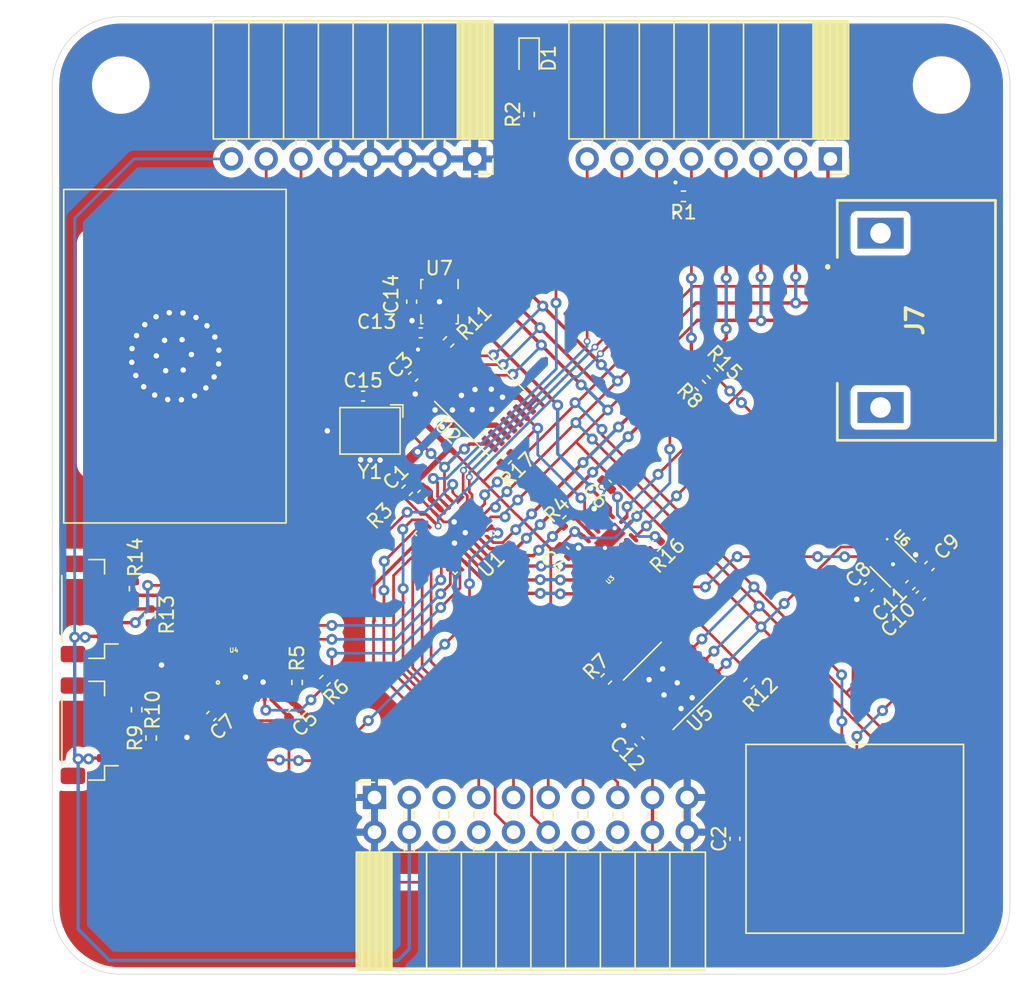
<source format=kicad_pcb>
(kicad_pcb (version 20211014) (generator pcbnew)
  (layers (0 "F.Cu" signal) (31 "B.Cu" signal) (34 "B.Paste" user) (35 "F.Paste" user) (36 "B.SilkS" user "B.Silkscreen") (37 "F.SilkS" user "F.Silkscreen") (38 "B.Mask" user) (39 "F.Mask" user) (44 "Edge.Cuts" user))
  (net 0 "")
  (net 1 "GND")
  (net 2 "+4V")
  (net 5 "+BATT")
  (net 7 "Net-(C8-Pad1)")
  (net 8 "Net-(D1-Pad2)")
  (net 9 "/IO/ADC_VBAT")
  (net 10 "/IO/ADC_3.3V")
  (net 11 "/IO/COM_RX")
  (net 13 "/IO/ADC_4V")
  (net 15 "+3V3")
  (net 16 "/IO/COM_TX")
  (net 17 "/IO/ROPE_CUT")
  (net 18 "/IO/BUZZER")
  (net 19 "/IO/TX")
  (net 20 "/IO/RX")
  (net 21 "/IO/~{RST}")
  (net 22 "/IO/SW_IO")
  (net 23 "/IO/SW_CLK")
  (net 24 "/CAM_SENS/MOSI")
  (net 25 "/CAM_SENS/MISO")
  (net 26 "/CAM_SENS/CLK")
  (net 28 "/MUX/~{SD_CARD_SS}")
  (net 30 "/MUX/CAM_ON_0")
  (net 31 "/MUX/CAM_REC_0")
  (net 32 "/CAM_SENS/HB_0")
  (net 34 "/MUX/CAM_ON_1")
  (net 35 "/MUX/CAM_REC_1")
  (net 36 "/CAM_SENS/HB_1")
  (net 38 "/MUX/~{BME680_SS}")
  (net 39 "/MUX/~{TEMP_OUT_SS}")
  (net 42 "/MCU/LED_0")
  (net 43 "/MCU/MUX_EN_0")
  (net 44 "Net-(R4-Pad2)")
  (net 45 "Net-(R5-Pad2)")
  (net 46 "/MCU/MUX_EN_1")
  (net 47 "Net-(R6-Pad2)")
  (net 48 "/MUX/~{TEMP_IN_SS}")
  (net 49 "/MUX/~{IMU_SS}")
  (net 50 "/MUX/~{MAG_SS}")
  (net 51 "/MUX/~{RTC_OUT}")
  (net 52 "/MCU/OSC32_IN")
  (net 53 "/MCU/S1_CAM")
  (net 54 "/MCU/S0_CAM")
  (net 55 "/MCU/S2_SENS")
  (net 56 "/MCU/S1_SENS")
  (net 57 "/MCU/S0_SENS")
  (footprint "LED_SMD:LED_0603_1608Metric" (layer "F.Cu") (at 127.45 66.65 -90)
    (fp_text reference "D1")
    (fp_text value "LED")
  )
  (footprint "Resistor_SMD:R_0402_1005Metric" (layer "F.Cu") (at 98.612 105.412 -90)
    (fp_text reference "R14")
    (fp_text value "12k")
  )
  (footprint "Package_SO:SOIC-8_3.9x4.9mm_P1.27mm" (layer "F.Cu") (at 137.541 112.522 -135)
    (fp_text reference "U5")
    (fp_text value "ADT7310")
  )
  (footprint "Resistor_SMD:R_0402_1005Metric" (layer "F.Cu") (at 99.742 107.412 90)
    (fp_text reference "R13")
    (fp_text value "12k")
  )
  (footprint "Connector_JST:JST_SH_BM05B-SRSS-TB_1x05-1MP_P1.00mm_Vertical" (layer "F.Cu") (at 95.307 106.897 90)
    (fp_text reference "J6" hide)
    (fp_text value "CAM_1")
  )
  (footprint "footprints:3034" (layer "F.Cu") (at 101.56 88.42 90)
    (fp_text reference "BT1" hide)
    (fp_text value "3.3V")
  )
  (footprint "Capacitor_SMD:C_0402_1005Metric" (layer "F.Cu") (at 135.509 116.586 -45)
    (fp_text reference "C12")
    (fp_text value "100nF")
  )
  (footprint "Resistor_SMD:R_0402_1005Metric" (layer "F.Cu") (at 125.7808 95.9104 -135)
    (fp_text reference "R17")
    (fp_text value "12k")
  )
  (footprint "Resistor_SMD:R_0402_1005Metric" (layer "F.Cu") (at 98.762 114.262 -90)
    (fp_text reference "R10")
    (fp_text value "12k")
  )
  (footprint "Capacitor_SMD:C_0402_1005Metric" (layer "F.Cu") (at 118.9736 89.916 -135)
    (fp_text reference "C3")
    (fp_text value "100nF")
  )
  (footprint "Capacitor_SMD:C_0402_1005Metric" (layer "F.Cu") (at 142.494 123.698 90)
    (fp_text reference "C2")
    (fp_text value "100nF")
  )
  (footprint "Connector_PinSocket_2.54mm:PinSocket_2x10_P2.54mm_Horizontal" (layer "F.Cu") (at 116.15 120.675 90)
    (fp_text reference "J1" hide)
    (fp_text value "BackBone" hide)
  )
  (footprint "footprints:Oscillator_SMD_SeikoEpson_TG-3541CE_3.2x2.5mm" (layer "F.Cu") (at 115.824 93.875719 180)
    (fp_text reference "Y1")
    (fp_text value "TG-3541CE")
  )
  (footprint "Connector_PinSocket_2.54mm:PinSocket_1x08_P2.54mm_Horizontal" (layer "F.Cu") (at 149.475 74 -90)
    (fp_text reference "J3" hide)
    (fp_text value "D2" hide)
  )
  (footprint "Resistor_SMD:R_0402_1005Metric" (layer "F.Cu") (at 138.7348 76.7334 180)
    (fp_text reference "R1")
    (fp_text value "12k")
  )
  (footprint "Package_SO:TSSOP-14_4.4x5mm_P0.65mm" (layer "F.Cu") (at 123.952 91.44 135)
    (fp_text reference "U2")
    (fp_text value "MCP795W22-I/ST")
  )
  (footprint "Capacitor_SMD:C_0402_1005Metric" (layer "F.Cu") (at 152.273 105.283 -135)
    (fp_text reference "C8")
    (fp_text value "220nF")
  )
  (footprint "Resistor_SMD:R_0402_1005Metric" (layer "F.Cu") (at 140.853188 89.672188 135)
    (fp_text reference "R15")
    (fp_text value "12k")
  )
  (footprint "Resistor_SMD:R_0402_1005Metric" (layer "F.Cu") (at 121.5644 87.376 -135)
    (fp_text reference "R11")
    (fp_text value "12k")
  )
  (footprint "Capacitor_SMD:C_0402_1005Metric" (layer "F.Cu") (at 104.225411 114.722589 -135)
    (fp_text reference "C7")
    (fp_text value "100nF")
  )
  (footprint "Capacitor_SMD:C_0402_1005Metric" (layer "F.Cu") (at 156.718 103.759 -135)
    (fp_text reference "C9")
    (fp_text value "100nF")
  )
  (footprint "Resistor_SMD:R_0402_1005Metric" (layer "F.Cu") (at 130.302 100.457 45)
    (fp_text reference "R4")
    (fp_text value "12k")
  )
  (footprint "Capacitor_SMD:C_0402_1005Metric" (layer "F.Cu") (at 118.868 84.4336 -90)
    (fp_text reference "C14")
    (fp_text value "100nF")
  )
  (footprint "footprints:QFN50P250X350X100-17N" (layer "F.Cu") (at 107.372 112.057732)
    (fp_text reference "U4")
    (fp_text value "74HCT4051BQ-Q100,1")
  )
  (footprint "Capacitor_SMD:C_0402_1005Metric" (layer "F.Cu") (at 115.316 91.335719 180)
    (fp_text reference "C15")
    (fp_text value "100nF")
  )
  (footprint "footprints:470804005" (layer "F.Cu") (at 155.66 85.8 90)
    (fp_text reference "J7")
    (fp_text value "47080-4005" hide)
  )
  (footprint "Resistor_SMD:R_0402_1005Metric" (layer "F.Cu") (at 99.822 116.332 90)
    (fp_text reference "R9")
    (fp_text value "12k")
  )
  (footprint "Package_DFN_QFN:QFN-28_4x4mm_P0.5mm" (layer "F.Cu") (at 122.044 101.371719 -45)
    (fp_text reference "U1")
    (fp_text value "STM32G071GBU")
  )
  (footprint "Resistor_SMD:R_0402_1005Metric" (layer "F.Cu") (at 110.49 112.268 90)
    (fp_text reference "R5")
    (fp_text value "12k")
  )
  (footprint "MountingHole:MountingHole_3.2mm_M3" (layer "F.Cu") (at 97.6 68.6)
    (fp_text reference "H2" hide)
    (fp_text value "Spacer" hide)
  )
  (footprint "footprints:QFN50P250X350X100-17N" (layer "F.Cu") (at 133.35 101.727 -135)
    (fp_text reference "U3")
    (fp_text value "74HCT4051BQ-Q100,1")
  )
  (footprint "Capacitor_SMD:C_0402_1005Metric" (layer "F.Cu") (at 119.6594 98.552 -135)
    (fp_text reference "C1")
    (fp_text value "100nF")
  )
  (footprint "Capacitor_SMD:C_0402_1005Metric" (layer "F.Cu") (at 133.1214 97.8154 135)
    (fp_text reference "C6")
    (fp_text value "100nF")
  )
  (footprint "Resistor_SMD:R_0402_1005Metric" (layer "F.Cu") (at 139.964188 90.561188 135)
    (fp_text reference "R8")
    (fp_text value "12k")
  )
  (footprint "footprints:PQFN50P200X200X70-12N" (layer "F.Cu") (at 154.051 103.632 -45)
    (fp_text reference "U6")
    (fp_text value "LIS2MDLTR")
  )
  (footprint "Capacitor_SMD:C_0402_1005Metric" (layer "F.Cu") (at 110.236 114.477732 -135)
    (fp_text reference "C5")
    (fp_text value "100nF")
  )
  (footprint "Resistor_SMD:R_0402_1005Metric" (layer "F.Cu") (at 127.45 70.75 90)
    (fp_text reference "R2")
    (fp_text value "330")
  )
  (footprint "Connector_JST:JST_SH_BM05B-SRSS-TB_1x05-1MP_P1.00mm_Vertical" (layer "F.Cu") (at 95.307 115.797 90)
    (fp_text reference "J5" hide)
    (fp_text value "CAM_0")
  )
  (footprint "Capacitor_SMD:C_0402_1005Metric" (layer "F.Cu") (at 119.5265 86.7116)
    (fp_text reference "C13")
    (fp_text value "100nF")
  )
  (footprint "footprints:Micro_SD" (layer "F.Cu") (at 153.807 122.598 180)
    (fp_text reference "J4" hide)
    (fp_text value "Micro_SD_Card")
  )
  (footprint "Resistor_SMD:R_0402_1005Metric" (layer "F.Cu") (at 112.522 112.141 -135)
    (fp_text reference "R6")
    (fp_text value "12k")
  )
  (footprint "Resistor_SMD:R_0402_1005Metric" (layer "F.Cu") (at 143.5354 112.3442 -135)
    (fp_text reference "R12")
    (fp_text value "12k")
  )
  (footprint "Capacitor_SMD:C_0402_1005Metric" (layer "F.Cu") (at 155.321 105.156 -135)
    (fp_text reference "C11")
    (fp_text value "100nF")
  )
  (footprint "Capacitor_SMD:C_0402_1005Metric" (layer "F.Cu") (at 130.0226 102.6922 135)
    (fp_text reference "C4")
    (fp_text value "100nF")
  )
  (footprint "Resistor_SMD:R_0402_1005Metric" (layer "F.Cu") (at 136.6774 102.2858 45)
    (fp_text reference "R16")
    (fp_text value "12k")
  )
  (footprint "MountingHole:MountingHole_3.2mm_M3" (layer "F.Cu") (at 157.6 68.6)
    (fp_text reference "H1" hide)
    (fp_text value "Spacer" hide)
  )
  (footprint "Package_LGA:LGA-14_3x2.5mm_P0.5mm_LayoutBorder3x4y" (layer "F.Cu") (at 120.9 84.4336 -90)
    (fp_text reference "U7")
    (fp_text value "LSM6DSRX")
  )
  (footprint "Connector_PinSocket_2.54mm:PinSocket_1x08_P2.54mm_Horizontal" (layer "F.Cu") (at 123.475 74 -90)
    (fp_text reference "J2" hide)
    (fp_text value "D1" hide)
  )
  (footprint "Resistor_SMD:R_0402_1005Metric" (layer "F.Cu") (at 133.096 112.014 -135)
    (fp_text reference "R7")
    (fp_text value "12k")
  )
  (footprint "Capacitor_SMD:C_0402_1005Metric" (layer "F.Cu") (at 156.083 105.918 -135)
    (fp_text reference "C10")
    (fp_text value "10uF")
  )
  (footprint "Resistor_SMD:R_0402_1005Metric" (layer "F.Cu") (at 118.5418 98.2218 -135)
    (fp_text reference "R3")
    (fp_text value "12k")
  )
  (gr_arc (start 97.6 133.6) (mid 94.064466 132.135534) (end 92.6 128.6) (layer "Edge.Cuts") (width 0.05))
  (gr_line (start 157.6 133.6) (end 97.6 133.6) (layer "Edge.Cuts") (width 0.05))
  (gr_line (start 92.6 128.6) (end 92.6 68.6) (layer "Edge.Cuts") (width 0.05))
  (gr_line (start 97.6 63.6) (end 157.6 63.6) (layer "Edge.Cuts") (width 0.05))
  (gr_arc (start 162.6 128.6) (mid 161.135534 132.135534) (end 157.6 133.6) (layer "Edge.Cuts") (width 0.05))
  (gr_arc (start 157.6 63.6) (mid 161.135534 65.064466) (end 162.6 68.6) (layer "Edge.Cuts") (width 0.05))
  (gr_arc (start 92.6 68.6) (mid 94.064466 65.064466) (end 97.6 63.6) (layer "Edge.Cuts") (width 0.05))
  (gr_line (start 162.6 68.6) (end 162.6 128.6) (layer "Edge.Cuts") (width 0.05))
  (segment (start 121.205481 100.5332) (end 120.673981 100.0017) (width 0.2) (layer "F.Cu") (net 1))
  (segment (start 133.031802 100.348142) (end 132.25166 99.568) (width 0.25) (layer "F.Cu") (net 1))
  (segment (start 151.933589 105.663853) (end 151.404721 106.192721) (width 0.2) (layer "F.Cu") (net 1))
  (segment (start 115.124 95.9724) (end 115.1382 95.9866) (width 0.2) (layer "F.Cu") (net 1))
  (segment (start 119.9875 84.9336) (end 120.4 84.9336) (width 0.4) (layer "F.Cu") (net 1))
  (segment (start 109.072 112.307732) (end 107.622 112.307732) (width 0.2) (layer "F.Cu") (net 1))
  (segment (start 154.981589 105.495411) (end 154.981589 104.916143) (width 0.2) (layer "F.Cu") (net 1))
  (segment (start 114.224 92.875719) (end 114.224 93.525719) (width 0.2) (layer "F.Cu") (net 1))
  (segment (start 126.684316 91.4146) (end 125.5014 91.4146) (width 0.4) (layer "F.Cu") (net 1))
  (segment (start 119.0465 86.7116) (end 119.0465 87.6521) (width 0.4) (layer "F.Cu") (net 1))
  (segment (start 119.9875 84.9336) (end 118.888 84.9336) (width 0.4) (layer "F.Cu") (net 1))
  (segment (start 155.743589 106.257411) (end 154.981589 105.495411) (width 0.2) (layer "F.Cu") (net 1))
  (segment (start 154.046441 104.144559) (end 154.046441 103.636559) (width 0.2) (layer "F.Cu") (net 1))
  (segment (start 115.824 94.875719) (end 115.824 96.012) (width 0.2) (layer "F.Cu") (net 1))
  (segment (start 138.2248 76.7334) (end 138.2248 75.7916) (width 0.2) (layer "F.Cu") (net 1))
  (segment (start 119.9875 84.4336) (end 120.4875 84.4336) (width 0.4) (layer "F.Cu") (net 1))
  (segment (start 118.888 84.9336) (end 118.868 84.9136) (width 0.4) (layer "F.Cu") (net 1))
  (segment (start 119.0465 86.7116) (end 119.0465 85.9776) (width 0.2) (layer "F.Cu") (net 1))
  (segment (start 135.169589 115.791437) (end 136.239924 114.721102) (width 0.2) (layer "F.Cu") (net 1))
  (segment (start 132.781989 97.475989) (end 132.781989 97.926863) (width 0.2) (layer "F.Cu") (net 1))
  (segment (start 119.0465 87.6521) (end 119.3292 87.9348) (width 0.4) (layer "F.Cu") (net 1))
  (segment (start 119.0465 85.9776) (end 118.8915 85.8226) (width 0.2) (layer "F.Cu") (net 1))
  (segment (start 132.781989 97.475989) (end 132.781989 97.679189) (width 0.2) (layer "F.Cu") (net 1))
  (segment (start 120.9 84.4336) (end 120.9 83.5211) (width 0.4) (layer "F.Cu") (net 1))
  (segment (start 107.372 112.057732) (end 106.890422 112.057732) (width 0.2) (layer "F.Cu") (net 1))
  (segment (start 119.620492 98.942211) (end 120.673981 99.9957) (width 0.2) (layer "F.Cu") (net 1))
  (segment (start 132.25166 99.568) (end 132.207 99.568) (width 0.25) (layer "F.Cu") (net 1))
  (segment (start 135.169589 116.246589) (end 135.169589 115.791437) (width 0.2) (layer "F.Cu") (net 1))
  (segment (start 154.411624 104.346178) (end 154.210005 104.144559) (width 0.2) (layer "F.Cu") (net 1))
  (segment (start 131.971142 102.752305) (end 131.378105 102.752305) (width 0.2) (layer "F.Cu") (net 1))
  (segment (start 120.9 83.5211) (end 120.65 83.2711) (width 0.4) (layer "F.Cu") (net 1))
  (segment (start 121.15 83.2711) (end 121.15 84.1836) (width 0.2) (layer "F.Cu") (net 1))
  (segment (start 119.9875 84.4336) (end 120.9 84.4336) (width 0.2) (layer "F.Cu") (net 1))
  (segment (start 119.9875 84.9336) (end 120.273 84.9336) (width 0.2) (layer "F.Cu") (net 1))
  (segment (start 131.378105 102.752305) (end 131.064 102.4382) (width 0.2) (layer "F.Cu") (net 1))
  (segment (start 138.2248 77.8022) (end 138.0744 77.9526) (width 0.2) (layer "F.Cu") (net 1))
  (segment (start 120.273 84.9336) (end 120.4 84.9336) (width 0.2) (layer "F.Cu") (net 1))
  (segment (start 120.4875 84.4336) (end 119.9875 84.9336) (width 0.4) (layer "F.Cu") (net 1))
  (segment (start 115.124 94.425719) (end 115.124 94.875719) (width 0.2) (layer "F.Cu") (net 1))
  (segment (start 120.9 83.5211) (end 121.15 83.2711) (width 0.4) (layer "F.Cu") (net 1))
  (segment (start 154.046441 103.636559) (end 154.051 103.632) (width 0.2) (layer "F.Cu") (net 1))
  (segment (start 107.372 112.057732) (end 107.820077 112.057732) (width 0.2) (layer "F.Cu") (net 1))
  (segment (start 154.046441 104.144559) (end 153.891995 104.144559) (width 0.2) (layer "F.Cu") (net 1))
  (segment (start 154.210005 104.144559) (end 154.046441 104.144559) (width 0.2) (layer "F.Cu") (net 1))
  (segment (start 109.072 112.307732) (end 110.019732 112.307732) (width 0.2) (layer "F.Cu") (net 1))
  (segment (start 120.4 84.9336) (end 120.9 84.4336) (width 0.4) (layer "F.Cu") (net 1))
  (segment (start 115.124 94.875719) (end 115.124 95.9724) (width 0.2) (layer "F.Cu") (net 1))
  (segment (start 118.634189 90.255411) (end 118.634189 90.694189) (width 0.2) (layer "F.Cu") (net 1))
  (segment (start 130.565211 103.184011) (end 131.539436 103.184011) (width 0.2) (layer "F.Cu") (net 1))
  (segment (start 120.65 83.2711) (end 120.65 84.1836) (width 0.2) (layer "F.Cu") (net 1))
  (segment (start 116.524 95.9754) (end 116.5606 96.012) (width 0.2) (layer "F.Cu") (net 1))
  (segment (start 154.981589 104.916143) (end 154.411624 104.346178) (width 0.2) (layer "F.Cu") (net 1))
  (segment (start 135.169589 116.221189) (end 134.366 115.4176) (width 0.2) (layer "F.Cu") (net 1))
  (segment (start 116.524 94.875719) (end 116.524 95.9754) (width 0.2) (layer "F.Cu") (net 1))
  (segment (start 121.9708 100.5332) (end 121.205481 100.5332) (width 0.2) (layer "F.Cu") (net 1))
  (segment (start 135.169589 116.246589) (end 135.169589 116.221189) (width 0.2) (layer "F.Cu") (net 1))
  (segment (start 132.781989 97.926863) (end 132.746015 97.962837) (width 0.2) (layer "F.Cu") (net 1))
  (segment (start 110.019732 112.307732) (end 110.49 112.778) (width 0.2) (layer "F.Cu") (net 1))
  (segment (start 155.775935 102.87) (end 155.705222 102.940713) (width 0.2) (layer "F.Cu") (net 1))
  (segment (start 107.820077 112.057732) (end 108.004797 112.242452) (width 0.2) (layer "F.Cu") (net 1))
  (segment (start 120.9 84.4336) (end 120.4875 84.4336) (width 0.4) (layer "F.Cu") (net 1))
  (segment (start 138.2248 75.7916) (end 138.1506 75.7174) (width 0.2) (layer "F.Cu") (net 1))
  (segment (start 109.072 112.63491) (end 110.575411 114.138321) (width 0.2) (layer "F.Cu") (net 1))
  (segment (start 156.507822 102.87) (end 155.775935 102.87) (width 0.2) (layer "F.Cu") (net 1))
  (segment (start 157.057411 103.419589) (end 156.507822 102.87) (width 0.2) (layer "F.Cu") (net 1))
  (segment (start 119.269189 98.942211) (end 119.620492 98.942211) (width 0.2) (layer "F.Cu") (net 1))
  (segment (start 118.634189 90.694189) (end 119.126 91.186) (width 0.2) (layer "F.Cu") (net 1))
  (segment (start 120.673981 99.9957) (end 120.673981 100.0017) (width 0.2) (layer "F.Cu") (net 1))
  (segment (start 131.971142 102.752305) (end 132.996447 101.727) (width 0.25) (layer "F.Cu") (net 1))
  (segment (start 121.15 84.1836) (end 120.9 84.4336) (width 0.2) (layer "F.Cu") (net 1))
  (segment (start 131.539436 103.184011) (end 131.971142 102.752305) (width 0.2) (layer "F.Cu") (net 1))
  (segment (start 118.868 84.9136) (end 118.868 85.7991) (width 0.2) (layer "F.Cu") (net 1))
  (segment (start 109.072 112.307732) (end 109.072 112.63491) (width 0.2) (layer "F.Cu") (net 1))
  (segment (start 151.933589 105.622411) (end 151.933589 105.663853) (width 0.2) (layer "F.Cu") (net 1))
  (segment (start 120.65 84.1836) (end 120.9 84.4336) (width 0.2) (layer "F.Cu") (net 1))
  (segment (start 114.224 93.525719) (end 115.124 94.425719) (width 0.2) (layer "F.Cu") (net 1))
  (segment (start 119.9875 84.4336) (end 119.9875 84.9336) (width 0.4) (layer "F.Cu") (net 1))
  (segment (start 107.622 112.307732) (end 107.372 112.057732) (width 0.2) (layer "F.Cu") (net 1))
  (segment (start 132.781989 97.679189) (end 132.8674 97.7646) (width 0.2) (layer "F.Cu") (net 1))
  (segment (start 106.890422 112.057732) (end 106.709766 111.877076) (width 0.2) (layer "F.Cu") (net 1))
  (segment (start 127.354951 92.085235) (end 126.684316 91.4146) (width 0.4) (layer "F.Cu") (net 1))
  (segment (start 153.891995 104.144559) (end 153.690376 104.346178) (width 0.2) (layer "F.Cu") (net 1))
  (segment (start 132.996447 101.727) (end 133.35 101.727) (width 0.25) (layer "F.Cu") (net 1))
  (segment (start 138.2248 76.7334) (end 138.2248 77.8022) (width 0.2) (layer "F.Cu") (net 1))
  (segment (start 118.868 85.7991) (end 118.8915 85.8226) (width 0.2) (layer "F.Cu") (net 1))
  (via (at 102.083341 87.213615) (size 0.8) (drill 0.4) (layers "F.Cu" "B.Cu") (net 1))
  (via (at 102.997 91.313) (size 0.8) (drill 0.4) (layers "F.Cu" "B.Cu") (net 1))
  (via (at 115.824 96.012) (size 0.8) (drill 0.4) (layers "F.Cu" "B.Cu") (net 1))
  (via (at 98.754204 86.913789) (size 0.8) (drill 0.4) (layers "F.Cu" "B.Cu") (net 1))
  (via (at 100.883341 89.477615) (size 0.8) (drill 0.4) (layers "F.Cu" "B.Cu") (net 1))
  (via (at 102.763682 88.29923) (size 0.8) (drill 0.4) (layers "F.Cu" "B.Cu") (net 1))
  (via (at 112.6998 93.8784) (size 0.8) (drill 0.4) (layers "F.Cu" "B.Cu") (net 1))
  (via (at 120.9 84.4336) (size 0.8) (drill 0.4) (layers "F.Cu" "B.Cu") (net 1))
  (via (at 151.404721 106.192721) (size 0.8) (drill 0.4) (layers "F.Cu" "B.Cu") (net 1))
  (via (at 138.2776 112.2934) (size 0.8) (drill 0.4) (layers "F.Cu" "B.Cu") (net 1))
  (via (at 98.426297 87.86411) (size 0.8) (drill 0.4) (layers "F.Cu" "B.Cu") (net 1))
  (via (at 138.557 114.173) (size 0.8) (drill 0.4) (layers "F.Cu" "B.Cu") (net 1))
  (via (at 100.584 110.998) (size 0.8) (drill 0.4) (layers "F.Cu" "B.Cu") (net 1))
  (via (at 124.714 92.3036) (size 0.8) (drill 0.4) (layers "F.Cu" "B.Cu") (net 1))
  (via (at 139.3698 113.3856) (size 0.8) (drill 0.4) (layers "F.Cu" "B.Cu") (net 1))
  (via (at 102.035435 91.606302) (size 0.8) (drill 0.4) (layers "F.Cu" "B.Cu") (net 1))
  (via (at 104.479187 87.017407) (size 0.8) (drill 0.4) (layers "F.Cu" "B.Cu") (net 1))
  (via (at 102.150297 85.26011) (size 0.8) (drill 0.4) (layers "F.Cu" "B.Cu") (net 1))
  (via (at 103.820867 90.736912) (size 0.8) (drill 0.4) (layers "F.Cu" "B.Cu") (net 1))
  (via (at 101.030297 91.58811) (size 0.8) (drill 0.4) (layers "F.Cu" "B.Cu") (net 1))
  (via (at 98.408105 88.869248) (size 0.8) (drill 0.4) (layers "F.Cu" "B.Cu") (net 1))
  (via (at 137.2108 111.2774) (size 0.8) (drill 0.4) (layers "F.Cu" "B.Cu") (net 1))
  (via (at 100.203 88.392) (size 0.8) (drill 0.4) (layers "F.Cu" "B.Cu") (net 1))
  (via (at 121.9708 100.5332) (size 0.8) (drill 0.4) (layers "F.Cu" "B.Cu") (net 1))
  (via (at 104.754297 88.98411) (size 0.8) (drill 0.4) (layers "F.Cu" "B.Cu") (net 1))
  (via (at 125.5014 91.4146) (size 0.8) (drill 0.4) (layers "F.Cu" "B.Cu") (net 1))
  (via (at 103.100618 85.588017) (size 0.8) (drill 0.4) (layers "F.Cu" "B.Cu") (net 1))
  (via (at 98.701407 89.830813) (size 0.8) (drill 0.4) (layers "F.Cu" "B.Cu") (net 1))
  (via (at 124.6886 90.8304) (size 0.8) (drill 0.4) (layers "F.Cu" "B.Cu") (net 1))
  (via (at 132.746015 97.962837) (size 0.5) (drill 0.3) (layers "F.Cu" "B.Cu") (net 1))
  (via (at 100.183594 85.53522) (size 0.8) (drill 0.4) (layers "F.Cu" "B.Cu") (net 1))
  (via (at 121.8438 92.3544) (size 0.8) (drill 0.4) (layers "F.Cu" "B.Cu") (net 1))
  (via (at 119.3292 87.9348) (size 0.5) (drill 0.3) (layers "F.Cu" "B.Cu") (net 1))
  (via (at 100.079976 91.260203) (size 0.8) (drill 0.4) (layers "F.Cu" "B.Cu") (net 1))
  (via (at 103.903099 86.19354) (size 0.8) (drill 0.4) (layers "F.Cu" "B.Cu") (net 1))
  (via (at 104.772489 87.978972) (size 0.8) (drill 0.4) (layers "F.Cu" "B.Cu") (net 1))
  (via (at 155.705222 102.940713) (size 0.8) (drill 0.4) (layers "F.Cu" "B.Cu") (net 1))
  (via (at 134.366 115.4176) (size 0.8) (drill 0.4) (layers "F.Cu" "B.Cu") (net 1))
  (via (at 116.5606 96.012) (size 0.8) (drill 0.4) (layers "F.Cu" "B.Cu") (net 1))
  (via (at 104.42639 89.934431) (size 0.8) (drill 0.4) (layers "F.Cu" "B.Cu") (net 1))
  (via (at 132.207 99.568) (size 0.8) (drill 0.4) (layers "F.Cu" "B.Cu") (net 1))
  (via (at 99.359727 86.111308) (size 0.8) (drill 0.4) (layers "F.Cu" "B.Cu") (net 1))
  (via (at 101.145159 85.241918) (size 0.8) (drill 0.4) (layers "F.Cu" "B.Cu") (net 1))
  (via (at 137.3124 113.1824) (size 0.8) (drill 0.4) (layers "F.Cu" "B.Cu") (net 1))
  (via (at 100.803 87.26) (size 0.8) (drill 0.4) (layers "F.Cu" "B.Cu") (net 1))
  (via (at 138.0744 77.9526) (size 0.5) (drill 0.3) (layers "F.Cu" "B.Cu") (net 1))
  (via (at 133.7056 100.9904) (size 0.5) (drill 0.3) (layers "F.Cu" "B.Cu") (net 1))
  (via (at 138.1506 75.7174) (size 0.5) (drill 0.3) (layers "F.Cu" "B.Cu") (net 1))
  (via (at 136.2202 112.0648) (size 0.8) (drill 0.4) (layers "F.Cu" "B.Cu") (net 1))
  (via (at 120.5738 92.3544) (size 0.8) (drill 0.4) (layers "F.Cu" "B.Cu") (net 1))
  (via (at 108.004797 112.242452) (size 0.8) (drill 0.4) (layers "F.Cu" "B.Cu") (net 1))
  (via (at 154.051 103.632) (size 0.5) (drill 0.3) (layers "F.Cu" "B.Cu") (net 1))
  (via (at 122.7836 101.3206) (size 0.8) (drill 0.4) (layers "F.Cu" "B.Cu") (net 1))
  (via (at 123.4948 90.8558) (size 0.8) (drill 0.4) (layers "F.Cu" "B.Cu") (net 1))
  (via (at 122.5042 91.2876) (size 0.8) (drill 0.4) (layers "F.Cu" "B.Cu") (net 1))
  (via (at 123.2916 92.329) (size 0.8) (drill 0.4) (layers "F.Cu" "B.Cu") (net 1))
  (via (at 118.8915 85.8226) (size 0.8) (drill 0.4) (layers "F.Cu" "B.Cu") (net 1))
  (via (at 121.9962 102.0826) (size 0.8) (drill 0.4) (layers "F.Cu" "B.Cu") (net 1))
  (via (at 102.4382 116.2812) (size 0.8) (drill 0.4) (layers "F.Cu" "B.Cu") (net 1))
  (via (at 131.064 102.4382) (size 0.8) (drill 0.4) (layers "F.Cu" "B.Cu") (net 1))
  (via (at 99.277495 90.65468) (size 0.8) (drill 0.4) (layers "F.Cu" "B.Cu") (net 1))
  (via (at 115.1382 95.9866) (size 0.8) (drill 0.4) (layers "F.Cu" "B.Cu") (net 1))
  (via (at 102.163682 89.43123) (size 0.8) (drill 0.4) (layers "F.Cu" "B.Cu") (net 1))
  (via (at 106.709766 111.877076) (size 0.8) (drill 0.4) (layers "F.Cu" "B.Cu") (net 1))
  (via (at 119.126 91.186) (size 0.8) (drill 0.4) (layers "F.Cu" "B.Cu") (net 1))
  (via (at 132.9944 102.4382) (size 0.5) (drill 0.3) (layers "F.Cu" "B.Cu") (net 1))
  (segment (start 94.996 108.966) (end 95.065 108.897) (width 0.25) (layer "F.Cu") (net 2))
  (segment (start 95.065 108.897) (end 96.632 108.897) (width 0.25) (layer "F.Cu") (net 2))
  (segment (start 95.25 117.856) (end 95.309 117.797) (width 0.25) (layer "F.Cu") (net 2))
  (segment (start 95.309 117.797) (end 96.632 117.797) (width 0.25) (layer "F.Cu") (net 2))
  (via (at 94.488 117.856) (size 0.8) (drill 0.4) (layers "F.Cu" "B.Cu") (net 2))
  (via (at 95.25 117.856) (size 0.8) (drill 0.4) (layers "F.Cu" "B.Cu") (net 2))
  (via (at 94.234 108.966) (size 0.8) (drill 0.4) (layers "F.Cu" "B.Cu") (net 2))
  (via (at 94.996 108.966) (size 0.8) (drill 0.4) (layers "F.Cu" "B.Cu") (net 2))
  (segment (start 94.234 78.3336) (end 98.5676 74) (width 0.2) (layer "B.Cu") (net 2))
  (segment (start 95.25 117.856) (end 94.488 117.856) (width 0.25) (layer "B.Cu") (net 2))
  (segment (start 94.234 108.966) (end 94.234 117.602) (width 0.25) (layer "B.Cu") (net 2))
  (segment (start 94.234 108.966) (end 94.234 78.3336) (width 0.2) (layer "B.Cu") (net 2))
  (segment (start 94.488 117.856) (end 94.996 117.856) (width 0.25) (layer "B.Cu") (net 2))
  (segment (start 118.69 120.675) (end 118.69 123.215) (width 0.25) (layer "B.Cu") (net 2))
  (segment (start 94.996 117.856) (end 95.25 117.856) (width 0.25) (layer "B.Cu") (net 2))
  (segment (start 117.856 132.588) (end 118.69 131.754) (width 0.25) (layer "B.Cu") (net 2))
  (segment (start 94.234 117.602) (end 94.488 117.856) (width 0.25) (layer "B.Cu") (net 2))
  (segment (start 94.488 117.856) (end 94.488 130.302) (width 0.25) (layer "B.Cu") (net 2))
  (segment (start 96.774 132.588) (end 117.856 132.588) (width 0.25) (layer "B.Cu") (net 2))
  (segment (start 94.234 108.966) (end 94.996 108.966) (width 0.25) (layer "B.Cu") (net 2))
  (segment (start 94.488 130.302) (end 96.774 132.588) (width 0.25) (layer "B.Cu") (net 2))
  (segment (start 98.5676 74) (end 105.695 74) (width 0.2) (layer "B.Cu") (net 2))
  (segment (start 118.69 131.754) (end 118.69 123.215) (width 0.25) (layer "B.Cu") (net 2))
  (segment (start 97.53 78.02) (end 101.56 78.02) (width 0.25) (layer "F.Cu") (net 5))
  (segment (start 101.56 78.02) (end 107.4254 78.02) (width 0.2) (layer "F.Cu") (net 5))
  (segment (start 107.4254 78.02) (end 108.235 77.2104) (width 0.2) (layer "F.Cu") (net 5))
  (segment (start 121.218478 93.462322) (end 121.095162 93.585638) (width 0.2) (layer "F.Cu") (net 5))
  (segment (start 121.218478 93.462322) (end 125.055083 93.462322) (width 0.4) (layer "F.Cu") (net 5))
  (segment (start 97.676 78.02) (end 101.56 78.02) (width 1.2) (layer "F.Cu") (net 5))
  (segment (start 119.30033 95.40587) (end 115.8862 98.82) (width 0.8) (layer "F.Cu") (net 5))
  (segment (start 95.504 80.192) (end 97.676 78.02) (width 1.2) (layer "F.Cu") (net 5))
  (segment (start 95.504 81.026) (end 95.504 80.046) (width 0.25) (layer "F.Cu") (net 5))
  (segment (start 95.504 81.026) (end 95.504 80.192) (width 1.2) (layer "F.Cu") (net 5))
  (segment (start 95.504 80.046) (end 97.53 78.02) (width 0.25) (layer "F.Cu") (net 5))
  (segment (start 95.504 96.266) (end 98.058 98.82) (width 1.2) (layer "F.Cu") (net 5))
  (segment (start 98.058 98.82) (end 101.56 98.82) (width 1.2) (layer "F.Cu") (net 5))
  (segment (start 115.8862 98.82) (end 101.56 98.82) (width 0.8) (layer "F.Cu") (net 5))
  (segment (start 108.235 77.2104) (end 108.235 74) (width 0.2) (layer "F.Cu") (net 5))
  (segment (start 95.504 81.026) (end 95.504 96.266) (width 1.2) (layer "F.Cu") (net 5))
  (segment (start 125.516474 93.923713) (end 125.055083 93.462322) (width 0.2) (layer "F.Cu") (net 5))
  (via (at 119.30033 95.40587) (size 0.8) (drill 0.4) (layers "F.Cu" "B.Cu") (net 5))
  (via (at 121.095162 93.585638) (size 0.8) (drill 0.4) (layers "F.Cu" "B.Cu") (net 5))
  (segment (start 119.30033 95.40587) (end 119.30033 95.38047) (width 0.2) (layer "B.Cu") (net 5))
  (segment (start 119.30033 95.38047) (end 121.095162 93.585638) (width 0.6) (layer "B.Cu") (net 5))
  (segment (start 153.336822 103.992624) (end 152.612411 104.717035) (width 0.2) (layer "F.Cu") (net 7))
  (segment (start 152.612411 104.717035) (end 152.612411 104.943589) (width 0.2) (layer "F.Cu") (net 7))
  (segment (start 127.45 70.24) (end 127.45 67.4375) (width 0.25) (layer "F.Cu") (net 8))
  (segment (start 123.77 118.944) (end 123.77 120.675) (width 0.2) (layer "F.Cu") (net 9))
  (segment (start 116.078 107.823) (end 116.078 111.252) (width 0.2) (layer "F.Cu") (net 9))
  (segment (start 116.115489 105.17891) (end 119.570894 101.723505) (width 0.25) (layer "F.Cu") (net 9))
  (segment (start 116.115489 107.785511) (end 116.115489 105.17891) (width 0.25) (layer "F.Cu") (net 9))
  (segment (start 116.078 111.252) (end 123.77 118.944) (width 0.2) (layer "F.Cu") (net 9))
  (segment (start 116.078 107.823) (end 116.115489 107.785511) (width 0.25) (layer "F.Cu") (net 9))
  (segment (start 117.544989 104.456517) (end 117.544989 110.928001) (width 0.2) (layer "F.Cu") (net 10))
  (segment (start 117.544989 110.928001) (end 124.420067 117.803079) (width 0.2) (layer "F.Cu") (net 10))
  (segment (start 124.420067 117.803079) (end 125.169079 117.803079) (width 0.2) (layer "F.Cu") (net 10))
  (segment (start 119.966874 102.034632) (end 117.544989 104.456517) (width 0.2) (layer "F.Cu") (net 10))
  (segment (start 126.31 118.944) (end 126.31 120.675) (width 0.2) (layer "F.Cu") (net 10))
  (segment (start 125.169079 117.803079) (end 126.31 118.944) (width 0.2) (layer "F.Cu") (net 10))
  (segment (start 116.8659 103.4039) (end 119.249867 101.019933) (width 0.2) (layer "F.Cu") (net 11))
  (segment (start 119.249867 101.019933) (end 119.570894 101.019933) (width 0.2) (layer "F.Cu") (net 11))
  (segment (start 126.31 123.215) (end 124.968 121.873) (width 0.2) (layer "F.Cu") (net 11))
  (segment (start 124.968 121.873) (end 124.968 118.999) (width 0.2) (layer "F.Cu") (net 11))
  (segment (start 124.968 118.999) (end 116.84 110.871) (width 0.2) (layer "F.Cu") (net 11))
  (segment (start 116.84 110.871) (end 116.84 105.537) (width 0.2) (layer "F.Cu") (net 11))
  (via (at 116.84 105.537) (size 0.8) (drill 0.4) (layers "F.Cu" "B.Cu") (net 11))
  (via (at 116.8659 103.4039) (size 0.8) (drill 0.4) (layers "F.Cu" "B.Cu") (net 11))
  (segment (start 116.8659 103.4039) (end 116.84 103.4298) (width 0.2) (layer "B.Cu") (net 11))
  (segment (start 116.84 103.4298) (end 116.84 105.537) (width 0.2) (layer "B.Cu") (net 11))
  (segment (start 118.944 111.197) (end 118.944 103.764612) (width 0.2) (layer "F.Cu") (net 13))
  (segment (start 124.75104 117.00404) (end 118.944 111.197) (width 0.2) (layer "F.Cu") (net 13))
  (segment (start 128.85 118.944) (end 126.91004 117.00404) (width 0.2) (layer "F.Cu") (net 13))
  (segment (start 118.944 103.764612) (end 120.320427 102.388185) (width 0.2) (layer "F.Cu") (net 13))
  (segment (start 126.91004 117.00404) (end 124.75104 117.00404) (width 0.2) (layer "F.Cu") (net 13))
  (segment (start 128.85 120.675) (end 128.85 118.944) (width 0.2) (layer "F.Cu") (net 13))
  (segment (start 109.651732 115.062) (end 109.896589 114.817143) (width 0.2) (layer "F.Cu") (net 15))
  (segment (start 121.538985 95.018705) (end 121.538985 95.272719) (width 0.4) (layer "F.Cu") (net 15))
  (segment (start 129.032 111.633) (end 129.032 102.489) (width 0.2) (layer "F.Cu") (net 15))
  (segment (start 130.6322 101.3968) (end 130.782691 101.246309) (width 0.2) (layer "F.Cu") (net 15))
  (segment (start 115.796 91.335719) (end 115.796 92.847719) (width 0.4) (layer "F.Cu") (net 15))
  (segment (start 119.49564 92.975375) (end 121.324425 94.80416) (width 0.4) (layer "F.Cu") (net 15))
  (segment (start 106.622 115.004) (end 106.622 113.257732) (width 0.2) (layer "F.Cu") (net 15))
  (segment (start 115.796 92.847719) (end 115.824 92.875719) (width 0.4) (layer "F.Cu") (net 15))
  (segment (start 120.0065 85.7396) (end 120.15 85.5961) (width 0.4) (layer "F.Cu") (net 15))
  (segment (start 120.1634 86.7116) (end 120.0065 86.7116) (width 0.4) (layer "F.Cu") (net 15))
  (segment (start 119.998811 98.212589) (end 120.107389 98.212589) (width 0.4) (layer "F.Cu") (net 15))
  (segment (start 119.269189 89.576589) (end 118.0084 88.3158) (width 0.4) (layer "F.Cu") (net 15))
  (segment (start 121.324425 94.80416) (end 121.32444 94.80416) (width 0.4) (layer "F.Cu") (net 15))
  (segment (start 130.782691 101.246309) (end 130.787958 101.246309) (width 0.2) (layer "F.Cu") (net 15))
  (segment (start 121.539 95.272719) (end 121.538985 95.272719) (width 0.2) (layer "F.Cu") (net 15))
  (segment (start 120.107389 98.212589) (end 120.227411 98.332611) (width 0.4) (layer "F.Cu") (net 15))
  (segment (start 110.775 78.0852) (end 110.775 74) (width 0.2) (layer "F.Cu") (net 15))
  (segment (start 109.896589 124.374589) (end 109.896589 114.817143) (width 0.2) (layer "F.Cu") (net 15))
  (segment (start 136.659829 101.601344) (end 136.714192 101.601344) (width 0.2) (layer "F.Cu") (net 15))
  (segment (start 120.15 86.5681) (end 120.0065 86.7116) (width 0.2) (layer "F.Cu") (net 15))
  (segment (start 118.902424 97.861176) (end 118.950528 97.861176) (width 0.4) (layer "F.Cu") (net 15))
  (segment (start 117.9642 83.9536) (end 116.6434 83.9536) (width 0.2) (layer "F.Cu") (net 15))
  (segment (start 120.227411 98.332611) (end 120.227411 98.848023) (width 0.4) (layer "F.Cu") (net 15))
  (segment (start 124.11844 97.57276) (end 124.11844 97.59816) (width 0.2) (layer "F.Cu") (net 15))
  (segment (start 129.032 102.489) (end 126.619 100.076) (width 0.2) (layer "F.Cu") (net 15))
  (segment (start 119.313011 89.576589) (end 119.363811 89.576589) (width 0.4) (layer "F.Cu") (net 15))
  (segment (start 124.11844 97.59816) (end 126.564 100.043719) (width 0.2) (layer "F.Cu") (net 15))
  (segment (start 136.714192 101.601344) (end 137.038024 101.925176) (width 0.2) (layer "F.Cu") (net 15))
  (segment (start 104.854268 111.807732) (end 104.14 112.522) (width 0.2) (layer "F.Cu") (net 15))
  (segment (start 151.407 121.548) (end 148.7998 124.1552) (width 0.2) (layer "F.Cu") (net 15))
  (segment (start 121.32444 94.80416) (end 121.538985 95.018705) (width 0.4) (layer "F.Cu") (net 15))
  (segment (start 129.032 102.489) (end 129.54 102.489) (width 0.2) (layer "F.Cu") (net 15))
  (segment (start 135.318619 100.122721) (end 134.739645 100.701695) (width 0.2) (layer "F.Cu") (net 15))
  (segment (start 135.804589 116.925411) (end 135.0645 117.6655) (width 0.25) (layer "F.Cu") (net 15))
  (segment (start 135.763 126.873) (end 112.395 126.873) (width 0.2) (layer "F.Cu") (net 15))
  (segment (start 135.848411 116.908666) (end 137.137949 115.619128) (width 0.2) (layer "F.Cu") (net 15))
  (segment (start 118.868 83.9536) (end 117.9642 83.9536) (width 0.4) (layer "F.Cu") (net 15))
  (segment (start 136.47 123.215) (end 136.47 120.675) (width 0.25) (layer "F.Cu") (net 15))
  (segment (start 129.54 102.489) (end 130.6322 101.3968) (width 0.2) (layer "F.Cu") (net 15))
  (segment (start 119.395999 92.875719) (end 119.40674 92.88646) (width 0.4) (layer "F.Cu") (net 15))
  (segment (start 121.203776 87.736624) (end 121.188424 87.736624) (width 0.4) (layer "F.Cu") (net 15))
  (segment (start 117.9642 88.2716) (end 118.0084 88.3158) (width 0.4) (layer "F.Cu") (net 15))
  (segment (start 117.424 92.875719) (end 116.524 92.875719) (width 0.4) (layer "F.Cu") (net 15))
  (segment (start 135.848411 116.925411) (end 135.848411 116.908666) (width 0.2) (layer "F.Cu") (net 15))
  (segment (start 150.78 87.07) (end 142.734128 87.07) (width 0.2) (layer "F.Cu") (net 15))
  (segment (start 119.313011 89.576589) (end 119.330873 89.576589) (width 0.4) (layer "F.Cu") (net 15))
  (segment (start 125.420176 96.271024) (end 124.11844 97.57276) (width 0.2) (layer "F.Cu") (net 15))
  (segment (start 137.732178 95.212578) (end 137.7442 95.200556) (width 0.2) (layer "F.Cu") (net 15))
  (segment (start 121.538985 95.018705) (end 121.792999 95.272719) (width 0.4) (layer "F.Cu") (net 15))
  (segment (start 121.98484 95.46456) (end 124.11844 97.59816) (width 0.2) (layer "F.Cu") (net 15))
  (segment (start 105.243644 115.062) (end 106.934 115.062) (width 0.2) (layer "F.Cu") (net 15))
  (segment (start 137.7442 92.059928) (end 139.603564 90.200564) (width 0.2) (layer "F.Cu") (net 15))
  (segment (start 119.330873 89.576589) (end 120.549049 90.794765) (width 0.4) (layer "F.Cu") (net 15))
  (segment (start 136.47 120.675) (end 136.47 119.071) (width 0.2) (layer "F.Cu") (net 15))
  (segment (start 134.739645 100.701695) (end 134.728858 100.701695) (width 0.2) (layer "F.Cu") (net 15))
  (segment (start 156.422411 105.578589) (end 155.660411 104.816589) (width 0.2) (layer "F.Cu") (net 15))
  (segment (start 117.424 92.875719) (end 119.395999 92.875719) (width 0.4) (layer "F.Cu") (net 15))
  (segment (start 151.407 120.748) (end 151.407 116.2074) (width 0.2) (layer "F.Cu") (net 15))
  (segment (start 106.68 115.062) (end 106.622 115.004) (width 0.2) (layer "F.Cu") (net 15))
  (segment (start 119.49564 92.97536) (end 119.40674 92.88646) (width 0.2) (layer "F.Cu") (net 15))
  (segment (start 148.7998 124.1552) (end 142.5168 124.1552) (width 0.2) (layer "F.Cu") (net 15))
  (segment (start 121.412 94.891719) (end 121.32444 94.80416) (width 0.2) (layer "F.Cu") (net 15))
  (segment (start 151.407 116.2074) (end 151.410078 116.204322) (width 0.2) (layer "F.Cu") (net 15))
  (segment (start 120.227411 98.848023) (end 121.027534 99.648146) (width 0.4) (layer "F.Cu") (net 15))
  (segment (start 155.665249 103.639071) (end 156.251589 104.225411) (width 0.2) (layer "F.Cu") (net 15))
  (segment (start 137.7442 95.200556) (end 137.7442 92.059928) (width 0.2) (layer "F.Cu") (net 15))
  (segment (start 135.848411 116.925411) (end 135.804589 116.925411) (width 0.25) (layer "F.Cu") (net 15))
  (segment (start 118.134 83.9536) (end 117.9642 83.9536) (width 0.2) (layer "F.Cu") (net 15))
  (segment (start 135.0645 117.6655) (end 131.2545 113.8555) (width 0.2) (layer "F.Cu") (net 15))
  (segment (start 119.313011 89.576589) (end 119.269189 89.576589) (width 0.4) (layer "F.Cu") (net 15))
  (segment (start 138.557 126.873) (end 135.763 126.873) (width 0.2) (layer "F.Cu") (net 15))
  (segment (start 154.765178 103.992624) (end 154.836446 103.992624) (width 0.2) (layer "F.Cu") (net 15))
  (segment (start 117.9642 83.9536) (end 117.9642 87.3064) (width 0.4) (layer "F.Cu") (net 15))
  (segment (start 118.902424 97.861176) (end 119.647398 97.861176) (width 0.4) (layer "F.Cu") (net 15))
  (segment (start 115.824 92.875719) (end 116.524 92.875719) (width 0.4) (layer "F.Cu") (net 15))
  (segment (start 119.647398 97.861176) (end 119.998811 98.212589) (width 0.4) (layer "F.Cu") (net 15))
  (segment (start 118.868 83.9536) (end 118.134 83.9536) (width 0.2) (layer "F.Cu") (net 15))
  (segment (start 136.47 119.071) (end 135.0645 117.6655) (width 0.2) (layer "F.Cu") (net 15))
  (segment (start 108.622 113.257732) (end 108.622 113.542554) (width 0.25) (layer "F.Cu") (net 15))
  (segment (start 133.907542 98.706788) (end 133.907542 98.601542) (width 0.2) (layer "F.Cu") (net 15))
  (segment (start 136.47 119.071) (end 136.8086 119.071) (width 0.2) (layer "F.Cu") (net 15))
  (segment (start 119.40674 91.92126) (end 119.40674 92.88646) (width 0.4) (layer "F.Cu") (net 15))
  (segment (start 136.8086 119.071) (end 143.174776 112.704824) (width 0.2) (layer "F.Cu") (net 15))
  (segment (start 120.0065 86.7116) (end 120.0065 85.7396) (width 0.4) (layer "F.Cu") (net 15))
  (segment (start 106.934 115.062) (end 109.651732 115.062) (width 0.2) (layer "F.Cu") (net 15))
  (segment (start 121.666 95.145719) (end 121.539 95.272719) (width 0.2) (layer "F.Cu") (net 15))
  (segment (start 136.47 123.215) (end 136.47 126.873) (width 0.2) (layer "F.Cu") (net 15))
  (segment (start 118.950528 97.861176) (end 121.538985 95.272719) (width 0.4) (layer "F.Cu") (net 15))
  (segment (start 121.538985 95.272719) (end 121.792999 95.272719) (width 0.4) (layer "F.Cu") (net 15))
  (segment (start 153.289 114.3254) (end 157.1244 110.49) (width 0.2) (layer "F.Cu") (net 15))
  (segment (start 118.888 83.9336) (end 118.868 83.9536) (width 0.2) (layer "F.Cu") (net 15))
  (segment (start 154.836446 103.992624) (end 155.660411 104.816589) (width 0.2) (layer "F.Cu") (net 15))
  (segment (start 131.252033 101.3968) (end 131.617588 101.762355) (width 0.2) (layer "F.Cu") (net 15))
  (segment (start 130.6322 101.3968) (end 131.252033 101.3968) (width 0.2) (layer "F.Cu") (net 15))
  (segment (start 141.252 124.178) (end 138.557 126.873) (width 0.2) (layer "F.Cu") (net 15))
  (segment (start 142.734128 87.07) (end 140.492564 89.311564) (width 0.2) (layer "F.Cu") (net 15))
  (segment (start 151.407 120.748) (end 151.407 121.548) (width 0.2) (layer "F.Cu") (net 15))
  (segment (start 142.5168 124.1552) (end 142.494 124.178) (width 0.2) (layer "F.Cu") (net 15))
  (segment (start 120.549049 90.794765) (end 120.533235 90.794765) (width 0.4) (layer "F.Cu") (net 15))
  (segment (start 119.363811 89.576589) (end 121.203776 87.736624) (width 0.4) (layer "F.Cu") (net 15))
  (segment (start 119.40674 92.88646) (end 119.396 92.875719) (width 0.2) (layer "F.Cu") (net 15))
  (segment (start 121.188424 87.736624) (end 120.1634 86.7116) (width 0.4) (layer "F.Cu") (net 15))
  (segment (start 131.2545 113.8555) (end 132.735376 112.374624) (width 0.2) (layer "F.Cu") (net 15))
  (segment (start 154.765178 103.992624) (end 155.118731 103.639071) (width 0.2) (layer "F.Cu") (net 15))
  (segment (start 104.14 113.958356) (end 105.243644 115.062) (width 0.2) (layer "F.Cu") (net 15))
  (segment (start 131.318 113.919) (end 129.032 111.633) (width 0.2) (layer "F.Cu") (net 15))
  (segment (start 112.395 126.873) (end 109.896589 124.374589) (width 0.2) (layer "F.Cu") (net 15))
  (segment (start 139.603564 90.200564) (end 140.492564 89.311564) (width 0.2) (layer "F.Cu") (net 15))
  (segment (start 119.49564 92.97536) (end 119.49564 92.975375) (width 0.4) (layer "F.Cu") (net 15))
  (segment (start 117.9642 87.3064) (end 117.9642 88.2716) (width 0.4) (layer "F.Cu") (net 15))
  (segment (start 116.6434 83.9536) (end 110.775 78.0852) (width 0.2) (layer "F.Cu") (net 15))
  (segment (start 157.1244 106.280578) (end 156.422411 105.578589) (width 0.2) (layer "F.Cu") (net 15))
  (segment (start 104.14 112.522) (end 104.14 113.958356) (width 0.2) (layer "F.Cu") (net 15))
  (segment (start 119.398142 89.542258) (end 119.296542 89.542258) (width 0.2) (layer "F.Cu") (net 15))
  (segment (start 120.533235 90.794765) (end 119.40674 91.92126) (width 0.4) (layer "F.Cu") (net 15))
  (segment (start 157.1244 110.49) (end 157.1244 106.280578) (width 0.2) (layer "F.Cu") (net 15))
  (segment (start 142.494 124.178) (end 141.252 124.178) (width 0.2) (layer "F.Cu") (net 15))
  (segment (start 108.622 113.542554) (end 109.896589 114.817143) (width 0.25) (layer "F.Cu") (net 15))
  (segment (start 136.47 126.873) (end 135.763 126.873) (width 0.2) (layer "F.Cu") (net 15))
  (segment (start 119.9875 83.9336) (end 118.888 83.9336) (width 0.4) (layer "F.Cu") (net 15))
  (segment (start 105.672 111.807732) (end 104.854268 111.807732) (width 0.2) (layer "F.Cu") (net 15))
  (segment (start 121.792999 95.272719) (end 121.98484 95.46456) (width 0.4) (layer "F.Cu") (net 15))
  (segment (start 155.118731 103.639071) (end 155.665249 103.639071) (width 0.2) (layer "F.Cu") (net 15))
  (segment (start 133.907542 98.601542) (end 133.460811 98.154811) (width 0.2) (layer "F.Cu") (net 15))
  (via (at 151.410078 116.204322) (size 0.8) (drill 0.4) (layers "F.Cu" "B.Cu") (net 15))
  (via (at 130.787958 101.246309) (size 0.8) (drill 0.4) (layers "F.Cu" "B.Cu") (net 15))
  (via (at 153.289 114.3254) (size 0.8) (drill 0.4) (layers "F.Cu" "B.Cu") (net 15))
  (via (at 133.907542 98.706788) (size 0.8) (drill 0.4) (layers "F.Cu" "B.Cu") (net 15))
  (via (at 135.318619 100.122721) (size 0.8) (drill 0.4) (layers "F.Cu" "B.Cu") (net 15))
  (via (at 137.732178 95.212578) (size 0.8) (drill 0.4) (layers "F.Cu" "B.Cu") (net 15))
  (via (at 136.659829 101.601344) (size 0.8) (drill 0.4) (layers "F.Cu" "B.Cu") (net 15))
  (segment (start 137.732178 95.212578) (end 137.7442 95.2246) (width 0.2) (layer "B.Cu") (net 15))
  (segment (start 135.318619 100.122721) (end 135.318619 100.124365) (width 0.2) (layer "B.Cu") (net 15))
  (segment (start 134.663292 100.779692) (end 135.484944 101.601344) (width 0.2) (layer "B.Cu") (net 15))
  (segment (start 135.318619 100.124365) (end 134.663292 100.779692) (width 0.2) (layer "B.Cu") (net 15))
  (segment (start 131.246083 101.704434) (end 130.787958 101.246309) (width 0.2) (layer "B.Cu") (net 15))
  (segment (start 133.907542 100.023942) (end 133.907542 98.706788) (width 0.2) (layer "B.Cu") (net 15))
  (segment (start 151.410078 116.204322) (end 153.289 114.3254) (width 0.2) (layer "B.Cu") (net 15))
  (segment (start 134.663292 100.779692) (end 133.907542 100.023942) (width 0.2) (layer "B.Cu") (net 15))
  (segment (start 133.73855 101.704434) (end 131.246083 101.704434) (width 0.2) (layer "B.Cu") (net 15))
  (segment (start 134.663292 100.779692) (end 133.73855 101.704434) (width 0.2) (layer "B.Cu") (net 15))
  (segment (start 135.318619 100.113981) (end 135.318619 100.122721) (width 0.2) (layer "B.Cu") (net 15))
  (segment (start 137.7442 97.6884) (end 135.318619 100.113981) (width 0.2) (layer "B.Cu") (net 15))
  (segment (start 137.7442 95.2246) (end 137.7442 97.6884) (width 0.2) (layer "B.Cu") (net 15))
  (segment (start 135.484944 101.601344) (end 136.659829 101.601344) (width 0.2) (layer "B.Cu") (net 15))
  (segment (start 118.2445 105.41) (end 118.237 105.4175) (width 0.2) (layer "F.Cu") (net 16))
  (segment (start 119.6418 100.383732) (end 119.966874 100.708806) (width 0.2) (layer "F.Cu") (net 16))
  (segment (start 118.212778 101.067778) (end 118.896824 100.383732) (width 0.2) (layer "F.Cu") (net 16))
  (segment (start 127.635 118.999) (end 127.635 122) (width 0.2) (layer "F.Cu") (net 16))
  (segment (start 127.635 122) (end 128.85 123.215) (width 0.2) (layer "F.Cu") (net 16))
  (segment (start 118.896824 100.383732) (end 119.6418 100.383732) (width 0.2) (layer "F.Cu") (net 16))
  (segment (start 126.03956 117.40356) (end 127.635 118.999) (width 0.2) (layer "F.Cu") (net 16))
  (segment (start 118.237 105.4175) (end 118.237 111.055006) (width 0.2) (layer "F.Cu") (net 16))
  (segment (start 118.237 111.055006) (end 124.585553 117.403559) (width 0.2) (layer "F.Cu") (net 16))
  (segment (start 124.585553 117.403559) (end 126.03956 117.40356) (width 0.2) (layer "F.Cu") (net 16))
  (via (at 118.212778 101.067778) (size 0.8) (drill 0.4) (layers "F.Cu" "B.Cu") (net 16))
  (via (at 118.2445 105.41) (size 0.8) (drill 0.4) (layers "F.Cu" "B.Cu") (net 16))
  (segment (start 118.237 105.4025) (end 118.2445 105.41) (width 0.2) (layer "B.Cu") (net 16))
  (segment (start 118.212778 101.067778) (end 118.237 101.092) (width 0.2) (layer "B.Cu") (net 16))
  (segment (start 118.237 101.092) (end 118.237 105.4025) (width 0.2) (layer "B.Cu") (net 16))
  (segment (start 131.39 118.817) (end 129.177519 116.604519) (width 0.2) (layer "F.Cu") (net 17))
  (segment (start 129.177519 116.604519) (end 125.056513 116.604519) (width 0.2) (layer "F.Cu") (net 17))
  (segment (start 119.634 103.781719) (end 120.673981 102.741738) (width 0.2) (layer "F.Cu") (net 17))
  (segment (start 119.634 111.182006) (end 119.634 103.781719) (width 0.2) (layer "F.Cu") (net 17))
  (segment (start 131.39 120.675) (end 131.39 118.817) (width 0.2) (layer "F.Cu") (net 17))
  (segment (start 125.056513 116.604519) (end 119.634 111.182006) (width 0.2) (layer "F.Cu") (net 17))
  (segment (start 120.287509 103.835317) (end 121.027534 103.095292) (width 0.2) (layer "F.Cu") (net 18))
  (segment (start 130.302 115.951) (end 125.476 115.951) (width 0.2) (layer "F.Cu") (net 18))
  (segment (start 120.287509 110.762509) (end 120.287509 103.835317) (width 0.2) (layer "F.Cu") (net 18))
  (segment (start 125.476 115.951) (end 120.287509 110.762509) (width 0.2) (layer "F.Cu") (net 18))
  (segment (start 133.93 120.675) (end 133.93 119.579) (width 0.2) (layer "F.Cu") (net 18))
  (segment (start 133.93 119.579) (end 130.302 115.951) (width 0.2) (layer "F.Cu") (net 18))
  (segment (start 123.278292 98.541503) (end 123.278292 99.43032) (width 0.2) (layer "F.Cu") (net 19))
  (segment (start 123.0807 97.2566) (end 123.0807 98.343911) (width 0.2) (layer "F.Cu") (net 19))
  (segment (start 123.0807 98.343911) (end 123.278292 98.541503) (width 0.2) (layer "F.Cu") (net 19))
  (segment (start 134.235 85.7798) (end 134.235 74) (width 0.2) (layer "F.Cu") (net 19))
  (segment (start 123.278292 99.43032) (end 123.060466 99.648146) (width 0.2) (layer "F.Cu") (net 19))
  (segment (start 132.2578 87.757) (end 134.235 85.7798) (width 0.2) (layer "F.Cu") (net 19))
  (via (at 132.2578 87.757) (size 0.5) (drill 0.3) (layers "F.Cu" "B.Cu") (net 19))
  (via (at 123.0807 97.2566) (size 0.5) (drill 0.3) (layers "F.Cu" "B.Cu") (net 19))
  (segment (start 123.09957 97.23773) (end 123.0807 97.2566) (width 0.2) (layer "B.Cu") (net 19))
  (segment (start 132.2578 87.757) (end 123.09957 96.91523) (width 0.2) (layer "B.Cu") (net 19))
  (segment (start 123.09957 96.91523) (end 123.09957 97.23773) (width 0.2) (layer "B.Cu") (net 19))
  (segment (start 131.691623 87.332577) (end 131.695 87.3292) (width 0.2) (layer "F.Cu") (net 20))
  (segment (start 122.931988 98.618785) (end 122.931988 99.069518) (width 0.2) (layer "F.Cu") (net 20))
  (segment (start 122.650059 96.765469) (end 122.6312 96.784328) (width 0.2) (layer "F.Cu") (net 20))
  (segment (start 122.931988 99.069518) (end 122.706913 99.294593) (width 0.2) (layer "F.Cu") (net 20))
  (segment (start 131.695 87.3292) (end 131.695 74) (width 0.2) (layer "F.Cu") (net 20))
  (segment (start 122.6312 96.784328) (end 122.6312 98.317997) (width 0.2) (layer "F.Cu") (net 20))
  (segment (start 122.6312 98.317997) (end 122.931988 98.618785) (width 0.2) (layer "F.Cu") (net 20))
  (via (at 122.650059 96.765469) (size 0.5) (drill 0.3) (layers "F.Cu" "B.Cu") (net 20))
  (via (at 131.691623 87.332577) (size 0.5) (drill 0.3) (layers "F.Cu" "B.Cu") (net 20))
  (segment (start 131.691623 87.688177) (end 122.650059 96.729741) (width 0.2) (layer "B.Cu") (net 20))
  (segment (start 131.691623 87.332577) (end 131.691623 87.688177) (width 0.2) (layer "B.Cu") (net 20))
  (segment (start 122.650059 96.729741) (end 122.650059 96.765469) (width 0.2) (layer "B.Cu") (net 20))
  (segment (start 136.775 84.1288) (end 136.775 74) (width 0.2) (layer "F.Cu") (net 21))
  (segment (start 119.949386 99.984212) (end 119.545105 99.984212) (width 0.2) (layer "F.Cu") (net 21))
  (segment (start 120.8024 100.838) (end 120.320427 100.356027) (width 0.2) (layer "F.Cu") (net 21))
  (segment (start 118.384376 98.823483) (end 118.384376 98.808343) (width 0.2) (layer "F.Cu") (net 21))
  (segment (start 118.384376 98.808343) (end 118.384376 98.775576) (width 0.2) (layer "F.Cu") (net 21))
  (segment (start 120.320427 100.355253) (end 119.949386 99.984212) (width 0.2) (layer "F.Cu") (net 21))
  (segment (start 132.6642 88.2396) (end 136.775 84.1288) (width 0.2) (layer "F.Cu") (net 21))
  (segment (start 119.545105 99.984212) (end 118.384376 98.823483) (width 0.2) (layer "F.Cu") (net 21))
  (via (at 132.6642 88.2396) (size 0.5) (drill 0.3) (layers "F.Cu" "B.Cu") (net 21))
  (via (at 120.8024 100.838) (size 0.5) (drill 0.3) (layers "F.Cu" "B.Cu") (net 21))
  (segment (start 130.776895 89.914067) (end 131.015133 89.914067) (width 0.2) (layer "B.Cu") (net 21))
  (segment (start 120.8024 100.2538) (end 123.7234 97.3328) (width 0.2) (layer "B.Cu") (net 21))
  (segment (start 132.128867 88.800333) (end 132.128867 88.792051) (width 0.2) (layer "B.Cu") (net 21))
  (segment (start 120.8024 100.838) (end 120.8024 100.2538) (width 0.2) (layer "B.Cu") (net 21))
  (segment (start 132.128867 88.792051) (end 132.480051 88.440867) (width 0.2) (layer "B.Cu") (net 21))
  (segment (start 132.480051 88.440867) (end 132.480051 88.423749) (width 0.2) (layer "B.Cu") (net 21))
  (segment (start 131.015133 89.914067) (end 132.128867 88.800333) (width 0.2) (layer "B.Cu") (net 21))
  (segment (start 132.480051 88.423749) (end 132.6642 88.2396) (width 0.2) (layer "B.Cu") (net 21))
  (segment (start 123.7234 97.3328) (end 123.7234 96.967562) (width 0.2) (layer "B.Cu") (net 21))
  (segment (start 123.7234 96.967562) (end 130.776895 89.914067) (width 0.2) (layer "B.Cu") (net 21))
  (segment (start 141.859 87.104349) (end 134.691755 94.271594) (width 0.25) (layer "F.Cu") (net 22))
  (segment (start 126.492 102.489) (end 127.254 101.727) (width 0.25) (layer "F.Cu") (net 22))
  (segment (start 134.691755 94.271594) (end 134.691755 94.305755) (width 0.25) (layer "F.Cu") (net 22))
  (segment (start 141.859 86.4245) (end 141.859 87.104349) (width 0.25) (layer "F.Cu") (net 22))
  (segment (start 141.859 82.7125) (end 141.855 82.7085) (width 0.25) (layer "F.Cu") (net 22))
  (segment (start 141.855 82.7085) (end 141.855 74) (width 0.25) (layer "F.Cu") (net 22))
  (segment (start 128.260681 100.728438) (end 132.090741 96.898378) (width 0.25) (layer "F.Cu") (net 22))
  (segment (start 124.121126 102.034632) (end 124.575494 102.489) (width 0.25) (layer "F.Cu") (net 22))
  (segment (start 124.575494 102.489) (end 126.492 102.489) (width 0.25) (layer "F.Cu") (net 22))
  (segment (start 132.090741 96.898378) (end 132.099132 96.898378) (width 0.25) (layer "F.Cu") (net 22))
  (via (at 141.859 86.4245) (size 0.8) (drill 0.4) (layers "F.Cu" "B.Cu") (net 22))
  (via (at 127.254 101.727) (size 0.8) (drill 0.4) (layers "F.Cu" "B.Cu") (net 22))
  (via (at 141.859 82.7125) (size 0.8) (drill 0.4) (layers "F.Cu" "B.Cu") (net 22))
  (via (at 132.099132 96.898378) (size 0.8) (drill 0.4) (layers "F.Cu" "B.Cu") (net 22))
  (via (at 134.691755 94.305755) (size 0.8) (drill 0.4) (layers "F.Cu" "B.Cu") (net 22))
  (via (at 128.260681 100.728438) (size 0.8) (drill 0.4) (layers "F.Cu" "B.Cu") (net 22))
  (segment (start 132.099132 96.898378) (end 134.691755 94.305755) (width 0.25) (layer "B.Cu") (net 22))
  (segment (start 127.254 101.727) (end 127.262119 101.727) (width 0.25) (layer "B.Cu") (net 22))
  (segment (start 127.262119 101.727) (end 128.260681 100.728438) (width 0.25) (layer "B.Cu") (net 22))
  (segment (start 141.859 86.4245) (end 141.859 82.7125) (width 0.25) (layer "B.Cu") (net 22))
  (segment (start 124.838851 102.04525) (end 124.517106 101.723505) (width 0.2) (layer "F.Cu") (net 23))
  (segment (start 127.635 99.949) (end 131.392377 96.191623) (width 0.25) (layer "F.Cu") (net 23))
  (segment (start 139.311111 88.272889) (end 133.985 93.599) (width 0.25) (layer "F.Cu") (net 23))
  (segment (start 139.311111 87.088711) (end 139.311111 88.272889) (width 0.25) (layer "F.Cu") (net 23))
  (segment (start 125.530885 102.04525) (end 124.838851 102.04525) (width 0.2) (layer "F.Cu") (net 23))
  (segment (start 139.315 82.725545) (end 139.315 74) (width 0.2) (layer "F.Cu") (net 23))
  (segment (start 126.473519 101.102616) (end 125.530885 102.04525) (width 0.2) (layer "F.Cu") (net 23))
  (via (at 126.473519 101.102616) (size 0.8) (drill 0.4) (layers "F.Cu" "B.Cu") (net 23))
  (via (at 133.985 93.599) (size 0.8) (drill 0.4) (layers "F.Cu" "B.Cu") (net 23))
  (via (at 139.313138 82.727407) (size 0.8) (drill 0.4) (layers "F.Cu" "B.Cu") (net 23))
  (via (at 127.635 99.949) (size 0.8) (drill 0.4) (layers "F.Cu" "B.Cu") (net 23))
  (via (at 139.311111 87.088711) (size 0.8) (drill 0.4) (layers "F.Cu" "B.Cu") (net 23))
  (via (at 131.392377 96.191623) (size 0.8) (drill 0.4) (layers "F.Cu" "B.Cu") (net 23))
  (segment (start 126.473519 101.102616) (end 126.481384 101.102616) (width 0.25) (layer "B.Cu") (net 23))
  (segment (start 131.392377 96.191623) (end 133.985 93.599) (width 0.25) (layer "B.Cu") (net 23))
  (segment (start 139.313138 82.727407) (end 139.313138 87.086684) (width 0.2) (layer "B.Cu") (net 23))
  (segment (start 126.481384 101.102616) (end 127.635 99.949) (width 0.25) (layer "B.Cu") (net 23))
  (segment (start 122.847146 88.496668) (end 123.386222 89.035744) (width 0.2) (layer "F.Cu") (net 24))
  (segment (start 147.642198 108.966) (end 147.574 108.966) (width 0.2) (layer "F.Cu") (net 24))
  (segment (start 139.446 83.312) (end 149.2455 83.312) (width 0.2) (layer "F.Cu") (net 24))
  (segment (start 128.2446 86.3346) (end 125.81908 83.90908) (width 0.25) (layer "F.Cu") (net 24))
  (segment (start 132.773377 93.767867) (end 132.773377 94.165377) (width 0.2) (layer "F.Cu") (net 24))
  (segment (start 130.937 91.821) (end 132.334 90.424) (width 0.2) (layer "F.Cu") (net 24))
  (segment (start 132.773377 94.165377) (end 143.891 105.283) (width 0.2) (layer "F.Cu") (net 24))
  (segment (start 149.2455 83.312) (end 149.2975 83.26) (width 0.2) (layer "F.Cu") (net 24))
  (segment (start 149.475 74) (end 149.2975 74.1775) (width 0.25) (layer "F.Cu") (net 24))
  (segment (start 150.307 115.123) (end 150.317878 115.112122) (width 0.2) (layer "F.Cu") (net 24))
  (segment (start 132.334 90.424) (end 139.446 83.312) (width 0.2) (layer "F.Cu") (net 24))
  (segment (start 152.983269 103.624929) (end 147.642198 108.966) (width 0.2) (layer "F.Cu") (net 24))
  (segment (start 138.851102 110.322898) (end 140.080655 109.093345) (width 0.2) (layer "F.Cu") (net 24))
  (segment (start 124.206 99.209719) (end 123.414019 100.0017) (width 0.2) (layer "F.Cu") (net 24))
  (segment (start 138.842076 110.322898) (end 138.851102 110.322898) (width 0.2) (layer "F.Cu") (net 24))
  (segment (start 132.334 90.424) (end 128.2446 86.3346) (width 0.25) (layer "F.Cu") (net 24))
  (segment (start 149.2975 83.26) (end 150.78 83.26) (width 0.2) (layer "F.Cu") (net 24))
  (segment (start 124.206 98.552) (end 124.206 99.209719) (width 0.2) (layer "F.Cu") (net 24))
  (segment (start 150.291122 111.709878) (end 150.291122 111.683122) (width 0.2) (layer "F.Cu") (net 24))
  (segment (start 150.291122 111.683122) (end 147.5105 108.9025) (width 0.2) (layer "F.Cu") (net 24))
  (segment (start 130.81 91.821) (end 130.81 91.948) (width 0.2) (layer "F.Cu") (net 24))
  (segment (start 123.386222 89.035744) (end 125.552346 89.035744) (width 0.2) (layer "F.Cu") (net 24))
  (segment (start 130.81 91.821) (end 130.937 91.821) (width 0.2) (layer "F.Cu") (net 24))
  (segment (start 125.81908 83.90908) (end 121.8125 83.90908) (width 0.25) (layer "F.Cu") (net 24))
  (segment (start 150.307 120.748) (end 150.307 115.123) (width 0.2) (layer "F.Cu") (net 24))
  (segment (start 147.5105 108.9025) (end 143.891 105.283) (width 0.2) (layer "F.Cu") (net 24))
  (segment (start 130.81 91.948) (end 125.144742 97.613258) (width 0.2) (layer "F.Cu") (net 24))
  (segment (start 149.2975 74.1775) (end 149.2975 83.26) (width 0.25) (layer "F.Cu") (net 24))
  (segment (start 125.144742 97.613258) (end 125.122782 97.613258) (width 0.2) (layer "F.Cu") (net 24))
  (via (at 143.891 105.283) (size 0.8) (drill 0.4) (layers "F.Cu" "B.Cu") (net 24))
  (via (at 130.81 91.821) (size 0.8) (drill 0.4) (layers "F.Cu" "B.Cu") (net 24))
  (via (at 132.773377 93.767867) (size 0.8) (drill 0.4) (layers "F.Cu" "B.Cu") (net 24))
  (via (at 124.206 98.552) (size 0.8) (drill 0.4) (layers "F.Cu" "B.Cu") (net 24))
  (via (at 140.080655 109.093345) (size 0.8) (drill 0.4) (layers "F.Cu" "B.Cu") (net 24))
  (via (at 125.122782 97.613258) (size 0.8) (drill 0.4) (layers "F.Cu" "B.Cu") (net 24))
  (via (at 150.291122 111.709878) (size 0.8) (drill 0.4) (layers "F.Cu" "B.Cu") (net 24))
  (via (at 125.552346 89.035744) (size 0.8) (drill 0.4) (layers "F.Cu" "B.Cu") (net 24))
  (via (at 150.317878 115.112122) (size 0.8) (drill 0.4) (layers "F.Cu" "B.Cu") (net 24))
  (via (at 128.2446 86.3346) (size 0.8) (drill 0.4) (layers "F.Cu" "B.Cu") (net 24))
  (segment (start 125.552346 89.035744) (end 125.552346 89.026854) (width 0.2) (layer "B.Cu") (net 24))
  (segment (start 125.552346 89.026854) (end 128.2446 86.3346) (width 0.2) (layer "B.Cu") (net 24))
  (segment (start 124.206 98.53004) (end 125.122782 97.613258) (width 0.2) (layer "B.Cu") (net 24))
  (segment (start 150.291122 111.709878) (end 150.317878 111.736634) (width 0.2) (layer "B.Cu") (net 24))
  (segment (start 140.080655 109.093345) (end 143.891 105.283) (width 0.2) (layer "B.Cu") (net 24))
  (segment (start 132.773377 93.767867) (end 130.82651 91.821) (width 0.2) (layer "B.Cu") (net 24))
  (segment (start 130.82651 91.821) (end 130.81 91.821) (width 0.2) (layer "B.Cu") (net 24))
  (segment (start 150.317878 111.736634) (end 150.317878 115.112122) (width 0.2) (layer "B.Cu") (net 24))
  (segment (start 124.206 98.552) (end 124.206 98.53004) (width 0.2) (layer "B.Cu") (net 24))
  (segment (start 146.935 82.6085) (end 146.939 82.6125) (width 0.25) (layer "F.Cu") (net 25))
  (segment (start 146.939 84.5312) (end 146.9402 84.53) (width 0.25) (layer "F.Cu") (net 25))
  (segment (start 123.661716 88.392) (end 124.78258 88.392) (width 0.2) (layer "F.Cu") (net 25))
  (segment (start 128.4478 84.7598) (end 126.9591 83.2711) (width 0.25) (layer "F.Cu") (net 25))
  (segment (start 139.740102 111.220924) (end 139.740102 111.211898) (width 0.2) (layer "F.Cu") (net 25))
  (segment (start 151.13 107.627802) (end 151.13 112.522) (width 0.2) (layer "F.Cu") (net 25))
  (segment (start 151.13 112.522) (end 150.622 113.03) (width 0.2) (layer "F.Cu") (net 25))
  (segment (start 139.446 84.709) (end 139.44055 84.709) (width 0.2) (layer "F.Cu") (net 25))
  (segment (start 150.622 113.03) (end 154.707 117.115) (width 0.2) (layer "F.Cu") (net 25))
  (segment (start 146.939 84.5312) (end 146.9378 84.53) (width 0.25) (layer "F.Cu") (net 25))
  (segment (start 139.44055 84.709) (end 130.870775 93.278775) (width 0.2) (layer "F.Cu") (net 25))
  (segment (start 146.935 74) (end 146.935 82.6085) (width 0.25) (layer "F.Cu") (net 25))
  (segment (start 124.78258 88.392) (end 124.845591 88.328989) (width 0.2) (layer "F.Cu") (net 25))
  (segment (start 126.9591 83.2711) (end 121.67452 83.2711) (width 0.25) (layer "F.Cu") (net 25))
  (segment (start 154.058071 104.699731) (end 151.13 107.627802) (width 0.2) (layer "F.Cu") (net 25))
  (segment (start 124.98665 99.456641) (end 124.666185 99.456641) (width 0.2) (layer "F.Cu") (net 25))
  (segment (start 146.9378 84.53) (end 139.648 84.53) (width 0.25) (layer "F.Cu") (net 25))
  (segment (start 139.469 84.709) (end 139.446 84.709) (width 0.25) (layer "F.Cu") (net 25))
  (segment (start 130.870775 93.278775) (end 125.829538 98.320013) (width 0.2) (layer "F.Cu") (net 25))
  (segment (start 144.272 106.68) (end 132.066622 94.474622) (width 0.2) (layer "F.Cu") (net 25))
  (segment (start 146.9402 84.53) (end 150.78 84.53) (width 0.25) (layer "F.Cu") (net 25))
  (segment (start 123.306765 88.037049) (end 123.661716 88.392) (width 0.2) (layer "F.Cu") (net 25))
  (segment (start 154.707 117.115) (end 154.707 120.748) (width 0.2) (layer "F.Cu") (net 25))
  (segment (start 139.648 84.53) (end 139.469 84.709) (width 0.25) (layer "F.Cu") (net 25))
  (segment (start 144.272 106.68) (end 150.622 113.03) (width 0.2) (layer "F.Cu") (net 25))
  (segment (start 139.740102 111.211898) (end 140.969655 109.982345) (width 0.2) (layer "F.Cu") (net 25))
  (segment (start 132.728378 89.040378) (end 128.4478 84.7598) (width 0.25) (layer "F.Cu") (net 25))
  (segment (start 124.666185 99.456641) (end 123.767573 100.355253) (width 0.2) (layer "F.Cu") (net 25))
  (via (at 133.918775 90.230775) (size 0.8) (drill 0.4) (layers "F.Cu" "B.Cu") (net 25))
  (via (at 140.969655 109.982345) (size 0.8) (drill 0.4) (layers "F.Cu" "B.Cu") (net 25))
  (via (at 146.939 84.5312) (size 0.8) (drill 0.4) (layers "F.Cu" "B.Cu") (net 25))
  (via (at 124.845591 88.328989) (size 0.8) (drill 0.4) (layers "F.Cu" "B.Cu") (net 25))
  (via (at 146.939 82.6125) (size 0.8) (drill 0.4) (layers "F.Cu" "B.Cu") (net 25))
  (via (at 125.829538 98.320013) (size 0.8) (drill 0.4) (layers "F.Cu" "B.Cu") (net 25))
  (via (at 124.98665 99.456641) (size 0.8) (drill 0.4) (layers "F.Cu" "B.Cu") (net 25))
  (via (at 132.066622 94.474622) (size 0.8) (drill 0.4) (layers "F.Cu" "B.Cu") (net 25))
  (via (at 128.4478 84.7598) (size 0.8) (drill 0.4) (layers "F.Cu" "B.Cu") (net 25))
  (via (at 130.870775 93.278775) (size 0.8) (drill 0.4) (layers "F.Cu" "B.Cu") (net 25))
  (via (at 132.728378 89.040378) (size 0.8) (drill 0.4) (layers "F.Cu" "B.Cu") (net 25))
  (via (at 144.272 106.68) (size 0.8) (drill 0.4) (layers "F.Cu" "B.Cu") (net 25))
  (segment (start 124.98665 99.456641) (end 124.98665 99.162901) (width 0.2) (layer "B.Cu") (net 25))
  (segment (start 124.845591 88.328989) (end 124.878611 88.328989) (width 0.2) (layer "B.Cu") (net 25))
  (segment (start 144.272 106.68) (end 140.969655 109.982345) (width 0.2) (layer "B.Cu") (net 25))
  (segment (start 124.98665 99.162901) (end 125.829538 98.320013) (width 0.2) (layer "B.Cu") (net 25))
  (segment (start 133.918775 90.230775) (end 132.728378 89.040378) (width 0.25) (layer "B.Cu") (net 25))
  (segment (start 124.878611 88.328989) (end 128.4478 84.7598) (width 0.2) (layer "B.Cu") (net 25))
  (segment (start 130.870775 93.278775) (end 132.066622 94.474622) (width 0.2) (layer "B.Cu") (net 25))
  (segment (start 146.939 84.5312) (end 146.939 82.6125) (width 0.25) (layer "B.Cu") (net 25))
  (segment (start 122.2208 84.4336) (end 122.230403 84.423997) (width 0.2) (layer "F.Cu") (net 26))
  (segment (start 153.84231 102.36265) (end 150.24035 102.36265) (width 0.2) (layer "F.Cu") (net 26))
  (segment (start 144.399 85.8266) (end 144.3724 85.8) (width 0.25) (layer "F.Cu") (net 26))
  (segment (start 144.399 108.204) (end 152.507 116.312) (width 0.2) (layer "F.Cu") (net 26))
  (segment (start 125.165597 84.423997) (end 122.230403 84.423997) (width 0.25) (layer "F.Cu") (net 26))
  (segment (start 124.667051 100.162881) (end 124.121126 100.708806) (width 0.2) (layer "F.Cu") (net 26))
  (segment (start 144.395 82.6085) (end 144.399 82.6125) (width 0.25) (layer "F.Cu") (net 26))
  (segment (start 131.595994 95.400994) (end 130.8735 94.6785) (width 0.2) (layer "F.Cu") (net 26))
  (segment (start 139.752 85.8) (end 139.7 85.852) (width 0.25) (layer "F.Cu") (net 26))
  (segment (start 144.395 74) (end 144.395 82.6085) (width 0.25) (layer "F.Cu") (net 26))
  (segment (start 144.399 108.204) (end 144.393997 108.204) (width 0.2) (layer "F.Cu") (net 26))
  (segment (start 152.507 116.312) (end 152.507 120.748) (width 0.2) (layer "F.Cu") (net 26))
  (segment (start 144.3724 85.8) (end 139.752 85.8) (width 0.25) (layer "F.Cu") (net 26))
  (segment (start 126.1364 89.8144) (end 126.1872 89.8144) (width 0.2) (layer "F.Cu") (net 26))
  (segment (start 144.399 85.8266) (end 144.4256 85.8) (width 0.25) (layer "F.Cu") (net 26))
  (segment (start 144.393997 108.204) (end 131.595994 95.405997) (width 0.2) (layer "F.Cu") (net 26))
  (segment (start 140.638128 112.091872) (end 141.858655 110.871345) (width 0.2) (layer "F.Cu") (net 26))
  (segment (start 128.3462 87.6046) (end 125.165597 84.423997) (width 0.25) (layer "F.Cu") (net 26))
  (segment (start 130.8735 94.6785) (end 126.619 98.933) (width 0.2) (layer "F.Cu") (net 26))
  (segment (start 123.245639 89.8144) (end 126.1364 89.8144) (width 0.2) (layer "F.Cu") (net 26))
  (segment (start 125.693919 100.162881) (end 124.667051 100.162881) (width 0.2) (layer "F.Cu") (net 26))
  (segment (start 154.043929 102.564269) (end 153.84231 102.36265) (width 0.2) (layer "F.Cu") (net 26))
  (segment (start 131.255178 90.513578) (end 128.3462 87.6046) (width 0.25) (layer "F.Cu") (net 26))
  (segment (start 139.7 85.852) (end 130.8735 94.6785) (width 0.2) (layer "F.Cu") (net 26))
  (segment (start 144.4256 85.8) (end 150.78 85.8) (width 0.25) (layer "F.Cu") (net 26))
  (segment (start 140.638128 112.118949) (end 140.638128 112.091872) (width 0.2) (layer "F.Cu") (net 26))
  (segment (start 126.1872 89.8144) (end 126.259101 89.742499) (width 0.2) (layer "F.Cu") (net 26))
  (segment (start 121.8125 84.4336) (end 122.2208 84.4336) (width 0.2) (layer "F.Cu") (net 26))
  (segment (start 122.387526 88.956287) (end 123.245639 89.8144) (width 0.2) (layer "F.Cu") (net 26))
  (segment (start 150.24035 102.36265) (end 146.100122 106.502878) (width 0.2) (layer "F.Cu") (net 26))
  (segment (start 131.595994 95.405997) (end 131.595994 95.400994) (width 0.2) (layer "F.Cu") (net 26))
  (via (at 146.100122 106.502878) (size 0.8) (drill 0.4) (layers "F.Cu" "B.Cu") (net 26))
  (via (at 128.3462 87.6046) (size 0.8) (drill 0.4) (layers "F.Cu" "B.Cu") (net 26))
  (via (at 141.858655 110.871345) (size 0.8) (drill 0.4) (layers "F.Cu" "B.Cu") (net 26))
  (via (at 144.399 82.6125) (size 0.8) (drill 0.4) (layers "F.Cu" "B.Cu") (net 26))
  (via (at 126.259101 89.742499) (size 0.8) (drill 0.4) (layers "F.Cu" "B.Cu") (net 26))
  (via (at 133.1976 92.3544) (size 0.8) (drill 0.4) (layers "F.Cu" "B.Cu") (net 26))
  (via (at 144.399 108.204) (size 0.8) (drill 0.4) (layers "F.Cu" "B.Cu") (net 26))
  (via (at 126.619 98.933) (size 0.8) (drill 0.4) (layers "F.Cu" "B.Cu") (net 26))
  (via (at 144.399 85.8266) (size 0.8) (drill 0.4) (layers "F.Cu" "B.Cu") (net 26))
  (via (at 125.693919 100.162881) (size 0.8) (drill 0.4) (layers "F.Cu" "B.Cu") (net 26))
  (via (at 131.255178 90.513578) (size 0.8) (drill 0.4) (layers "F.Cu" "B.Cu") (net 26))
  (segment (start 126.259101 89.742499) (end 128.3462 87.6554) (width 0.2) (layer "B.Cu") (net 26))
  (segment (start 144.399 108.331) (end 144.399 108.204) (width 0.2) (layer "B.Cu") (net 26))
  (segment (start 126.619 98.933) (end 125.693919 99.858081) (width 0.2) (layer "B.Cu") (net 26))
  (segment (start 144.399 85.8266) (end 144.399 82.6125) (width 0.25) (layer "B.Cu") (net 26))
  (segment (start 144.399 108.204) (end 146.100122 106.502878) (width 0.2) (layer "B.Cu") (net 26))
  (segment (start 131.356778 90.513578) (end 131.255178 90.513578) (width 0.25) (layer "B.Cu") (net 26))
  (segment (start 133.1976 92.3544) (end 131.356778 90.513578) (width 0.25) (layer "B.Cu") (net 26))
  (segment (start 141.858655 110.871345) (end 144.399 108.331) (width 0.2) (layer "B.Cu") (net 26))
  (segment (start 125.693919 99.858081) (end 125.693919 100.162881) (width 0.2) (layer "B.Cu") (net 26))
  (segment (start 128.3462 87.6554) (end 128.3462 87.6046) (width 0.2) (layer "B.Cu") (net 26))
  (segment (start 134.375305 102.398751) (end 149.207 117.230446) (width 0.2) (layer "F.Cu") (net 28))
  (segment (start 149.207 117.230446) (end 149.207 120.748) (width 0.2) (layer "F.Cu") (net 28))
  (segment (start 105.086268 110.857732) (end 106.122 110.857732) (width 0.25) (layer "F.Cu") (net 30))
  (segment (start 96.632 115.797) (end 100.147 115.797) (width 0.25) (layer "F.Cu") (net 30))
  (segment (start 100.147 115.797) (end 105.086268 110.857732) (width 0.25) (layer "F.Cu") (net 30))
  (segment (start 100.197 114.797) (end 96.632 114.797) (width 0.25) (layer "F.Cu") (net 31))
  (segment (start 106.622 110.146269) (end 106.352503 109.876772) (width 0.25) (layer "F.Cu") (net 31))
  (segment (start 105.117228 109.876772) (end 100.197 114.797) (width 0.25) (layer "F.Cu") (net 31))
  (segment (start 106.346772 109.876772) (end 105.117228 109.876772) (width 0.25) (layer "F.Cu") (net 31))
  (segment (start 106.622 110.857732) (end 106.622 110.146269) (width 0.25) (layer "F.Cu") (net 31))
  (segment (start 112.776 117.983) (end 115.697 115.062) (width 0.2) (layer "F.Cu") (net 32))
  (segment (start 99.6872 117.9322) (end 109.197089 117.9322) (width 0.2) (layer "F.Cu") (net 32))
  (segment (start 98.552 116.797) (end 99.6872 117.9322) (width 0.2) (layer "F.Cu") (net 32))
  (segment (start 123.095286 107.663714) (end 123.095286 105.051719) (width 0.2) (layer "F.Cu") (net 32))
  (segment (start 124.838133 101.019933) (end 124.517106 101.019933) (width 0.2) (layer "F.Cu") (net 32))
  (segment (start 121.285 109.474) (end 123.095286 107.663714) (width 0.2) (layer "F.Cu") (net 32))
  (segment (start 96.632 116.797) (end 98.552 116.797) (width 0.25) (layer "F.Cu") (net 32))
  (segment (start 110.596089 117.983) (end 112.776 117.983) (width 0.2) (layer "F.Cu") (net 32))
  (segment (start 125.163939 101.345739) (end 124.838133 101.019933) (width 0.2) (layer "F.Cu") (net 32))
  (via (at 109.197089 117.9322) (size 0.8) (drill 0.4) (layers "F.Cu" "B.Cu") (net 32))
  (via (at 121.285 109.474) (size 0.8) (drill 0.4) (layers "F.Cu" "B.Cu") (net 32))
  (via (at 125.163939 101.345739) (size 0.8) (drill 0.4) (layers "F.Cu" "B.Cu") (net 32))
  (via (at 123.095286 105.051719) (size 0.8) (drill 0.4) (layers "F.Cu" "B.Cu") (net 32))
  (via (at 110.596089 117.983) (size 0.8) (drill 0.4) (layers "F.Cu" "B.Cu") (net 32))
  (via (at 115.697 115.062) (size 0.8) (drill 0.4) (layers "F.Cu" "B.Cu") (net 32))
  (segment (start 123.095286 103.368433) (end 123.095286 105.051719) (width 0.2) (layer "B.Cu") (net 32))
  (segment (start 121.285 109.474) (end 115.697 115.062) (width 0.2) (layer "B.Cu") (net 32))
  (segment (start 109.197089 117.9322) (end 110.545289 117.9322) (width 0.2) (layer "B.Cu") (net 32))
  (segment (start 125.163939 101.345739) (end 125.11798 101.345739) (width 0.2) (layer "B.Cu") (net 32))
  (segment (start 110.545289 117.9322) (end 110.596089 117.983) (width 0.2) (layer "B.Cu") (net 32))
  (segment (start 125.11798 101.345739) (end 123.095286 103.368433) (width 0.2) (layer "B.Cu") (net 32))
  (segment (start 107.122 110.857732) (end 107.122 110.010551) (width 0.25) (layer "F.Cu") (net 34))
  (segment (start 107.122 110.010551) (end 104.008449 106.897) (width 0.25) (layer "F.Cu") (net 34))
  (segment (start 104.008449 106.897) (end 96.632 106.897) (width 0.25) (layer "F.Cu") (net 34))
  (segment (start 96.632 105.897) (end 103.887 105.897) (width 0.25) (layer "F.Cu") (net 35))
  (segment (start 107.622 109.632) (end 107.622 110.857732) (width 0.25) (layer "F.Cu") (net 35))
  (segment (start 103.887 105.897) (end 107.622 109.632) (width 0.25) (layer "F.Cu") (net 35))
  (segment (start 113.191301 105.1725) (end 99.568 105.1725) (width 0.2) (layer "F.Cu") (net 36))
  (segment (start 121.865547 98.368374) (end 122.395786 98.898613) (width 0.2) (layer "F.Cu") (net 36))
  (segment (start 121.865547 97.79) (end 121.865547 98.368374) (width 0.2) (layer "F.Cu") (net 36))
  (segment (start 96.632 107.897) (end 98.657 107.897) (width 0.25) (layer "F.Cu") (net 36))
  (segment (start 118.538436 99.825365) (end 113.191301 105.1725) (width 0.2) (layer "F.Cu") (net 36))
  (segment (start 98.657 107.897) (end 98.662 107.892) (width 0.25) (layer "F.Cu") (net 36))
  (via (at 99.568 105.1725) (size 0.8) (drill 0.4) (layers "F.Cu" "B.Cu") (net 36))
  (via (at 118.538436 99.825365) (size 0.8) (drill 0.4) (layers "F.Cu" "B.Cu") (net 36))
  (via (at 98.662 107.892) (size 0.8) (drill 0.4) (layers "F.Cu" "B.Cu") (net 36))
  (via (at 121.865547 97.79) (size 0.8) (drill 0.4) (layers "F.Cu" "B.Cu") (net 36))
  (segment (start 99.568 106.986) (end 98.662 107.892) (width 0.25) (layer "B.Cu") (net 36))
  (segment (start 99.568 105.41) (end 99.568 106.986) (width 0.25) (layer "B.Cu") (net 36))
  (segment (start 119.833547 99.822) (end 118.513719 99.822) (width 0.2) (layer "B.Cu") (net 36))
  (segment (start 99.568 105.41) (end 99.568 105.1725) (width 0.2) (layer "B.Cu") (net 36))
  (segment (start 121.865547 97.79) (end 119.833547 99.822) (width 0.2) (layer "B.Cu") (net 36))
  (segment (start 134.614297 99.413543) (end 134.614297 100.10915) (width 0.2) (layer "F.Cu") (net 38))
  (segment (start 134.614297 100.10915) (end 134.375305 100.348142) (width 0.2) (layer "F.Cu") (net 38))
  (segment (start 141.6304 92.2274) (end 140.324812 90.921812) (width 0.2) (layer "F.Cu") (net 38))
  (segment (start 136.8806 97.0534) (end 141.6304 92.3036) (width 0.2) (layer "F.Cu") (net 38))
  (segment (start 141.6558 92.2782) (end 145.594 88.34) (width 0.2) (layer "F.Cu") (net 38))
  (segment (start 141.6304 92.3036) (end 141.6304 92.2274) (width 0.2) (layer "F.Cu") (net 38))
  (segment (start 145.594 88.34) (end 150.78 88.34) (width 0.2) (layer "F.Cu") (net 38))
  (via (at 134.614297 99.413543) (size 0.8) (drill 0.4) (layers "F.Cu" "B.Cu") (net 38))
  (via (at 136.8806 97.0534) (size 0.8) (drill 0.4) (layers "F.Cu" "B.Cu") (net 38))
  (segment (start 134.622057 99.413543) (end 134.614297 99.413543) (width 0.2) (layer "B.Cu") (net 38))
  (segment (start 136.8806 97.0534) (end 136.8806 97.155) (width 0.2) (layer "B.Cu") (net 38))
  (segment (start 136.8806 97.155) (end 134.622057 99.413543) (width 0.2) (layer "B.Cu") (net 38))
  (segment (start 142.968711 91.813111) (end 144.0053 92.8497) (width 0.2) (layer "F.Cu") (net 39))
  (segment (start 135.163196 101.691645) (end 135.082412 101.691645) (width 0.2) (layer "F.Cu") (net 39))
  (segment (start 144.0053 92.8497) (end 147.245 89.61) (width 0.2) (layer "F.Cu") (net 39))
  (segment (start 147.245 89.61) (end 150.78 89.61) (width 0.2) (layer "F.Cu") (net 39))
  (segment (start 144.0053 92.8497) (end 138.226122 98.628878) (width 0.2) (layer "F.Cu") (net 39))
  (segment (start 142.120889 90.939889) (end 141.213812 90.032812) (width 0.2) (layer "F.Cu") (net 39))
  (segment (start 142.120889 90.965289) (end 142.120889 90.939889) (width 0.2) (layer "F.Cu") (net 39))
  (segment (start 136.027797 100.827044) (end 135.163196 101.691645) (width 0.2) (layer "F.Cu") (net 39))
  (via (at 142.120889 90.965289) (size 0.8) (drill 0.4) (layers "F.Cu" "B.Cu") (net 39))
  (via (at 136.027797 100.827044) (size 0.8) (drill 0.4) (layers "F.Cu" "B.Cu") (net 39))
  (via (at 138.226122 98.628878) (size 0.8) (drill 0.4) (layers "F.Cu" "B.Cu") (net 39))
  (via (at 142.968711 91.813111) (size 0.8) (drill 0.4) (layers "F.Cu" "B.Cu") (net 39))
  (segment (start 142.120889 90.965289) (end 142.968711 91.813111) (width 0.2) (layer "B.Cu") (net 39))
  (segment (start 136.027797 100.827044) (end 136.027956 100.827044) (width 0.2) (layer "B.Cu") (net 39))
  (segment (start 136.027956 100.827044) (end 138.226122 98.628878) (width 0.2) (layer "B.Cu") (net 39))
  (segment (start 120.446122 97.354841) (end 120.759134 97.667853) (width 0.2) (layer "F.Cu") (net 42))
  (segment (start 120.759134 98.67264) (end 121.381087 99.294593) (width 0.2) (layer "F.Cu") (net 42))
  (segment (start 120.759134 97.667853) (end 120.759134 98.67264) (width 0.2) (layer "F.Cu") (net 42))
  (segment (start 129.418984 84.523566) (end 129.418984 82.860784) (width 0.2) (layer "F.Cu") (net 42))
  (segment (start 129.418984 82.860784) (end 127.45 80.8918) (width 0.2) (layer "F.Cu") (net 42))
  (segment (start 127.45 80.8918) (end 127.45 71.26) (width 0.2) (layer "F.Cu") (net 42))
  (via (at 120.446122 97.354841) (size 0.8) (drill 0.4) (layers "F.Cu" "B.Cu") (net 42))
  (via (at 129.418984 84.523566) (size 0.8) (drill 0.4) (layers "F.Cu" "B.Cu") (net 42))
  (segment (start 129.418984 84.523566) (end 129.4384 84.542982) (width 0.2) (layer "B.Cu") (net 42))
  (segment (start 129.4384 89.341438) (end 121.424997 97.354841) (width 0.2) (layer "B.Cu") (net 42))
  (segment (start 121.424997 97.354841) (end 120.446122 97.354841) (width 0.2) (layer "B.Cu") (net 42))
  (segment (start 129.4384 84.542982) (end 129.4384 89.341438) (width 0.2) (layer "B.Cu") (net 42))
  (segment (start 124.376388 102.997) (end 123.767573 102.388185) (width 0.25) (layer "F.Cu") (net 43))
  (segment (start 128.156378 102.602622) (end 127.762 102.997) (width 0.25) (layer "F.Cu") (net 43))
  (segment (start 127.762 102.997) (end 124.376388 102.997) (width 0.25) (layer "F.Cu") (net 43))
  (segment (start 129.941376 100.817624) (end 129.159 101.6) (width 0.25) (layer "F.Cu") (net 43))
  (via (at 128.156378 102.602622) (size 0.8) (drill 0.4) (layers "F.Cu" "B.Cu") (net 43))
  (via (at 129.159 101.6) (size 0.8) (drill 0.4) (layers "F.Cu" "B.Cu") (net 43))
  (segment (start 129.159 101.6) (end 128.156378 102.602622) (width 0.25) (layer "B.Cu") (net 43))
  (segment (start 131.971142 101.404894) (end 130.662624 100.096376) (width 0.25) (layer "F.Cu") (net 44))
  (segment (start 131.971142 101.408802) (end 131.971142 101.404894) (width 0.25) (layer "F.Cu") (net 44))
  (segment (start 109.072 111.807732) (end 110.353463 111.807732) (width 0.25) (layer "F.Cu") (net 45))
  (segment (start 113.03 111.633) (end 112.882624 111.780376) (width 0.2) (layer "F.Cu") (net 46))
  (segment (start 120.98702 106.790503) (end 122.395786 105.381737) (width 0.2) (layer "F.Cu") (net 46))
  (segment (start 122.395786 105.381737) (end 122.395786 103.844825) (width 0.2) (layer "F.Cu") (net 46))
  (segment (start 113.03 110.115222) (end 113.03 111.633) (width 0.2) (layer "F.Cu") (net 46))
  (via (at 113.03 110.115222) (size 0.8) (drill 0.4) (layers "F.Cu" "B.Cu") (net 46))
  (via (at 120.98702 106.790503) (size 0.8) (drill 0.4) (layers "F.Cu" "B.Cu") (net 46))
  (segment (start 113.046497 110.131719) (end 113.03 110.115222) (width 0.2) (layer "B.Cu") (net 46))
  (segment (start 120.98702 106.790503) (end 117.645804 110.131719) (width 0.2) (layer "B.Cu") (net 46))
  (segment (start 117.645804 110.131719) (end 113.046497 110.131719) (width 0.2) (layer "B.Cu") (net 46))
  (segment (start 112.161376 112.501624) (end 112.161376 112.882624) (width 0.2) (layer "F.Cu") (net 47))
  (segment (start 108.204 114.3) (end 108.122 114.218) (width 0.2) (layer "F.Cu") (net 47))
  (segment (start 112.161376 112.882624) (end 111.506 113.538) (width 0.2) (layer "F.Cu") (net 47))
  (segment (start 108.122 114.218) (end 108.122 113.257732) (width 0.2) (layer "F.Cu") (net 47))
  (via (at 108.204 114.3) (size 0.8) (drill 0.4) (layers "F.Cu" "B.Cu") (net 47))
  (via (at 111.506 113.538) (size 0.8) (drill 0.4) (layers "F.Cu" "B.Cu") (net 47))
  (segment (start 110.744 114.3) (end 111.506 113.538) (width 0.2) (layer "B.Cu") (net 47))
  (segment (start 108.204 114.3) (end 110.744 114.3) (width 0.2) (layer "B.Cu") (net 47))
  (segment (start 134.493 110.617) (end 133.456624 111.653376) (width 0.2) (layer "F.Cu") (net 48))
  (segment (start 138.811 108.557923) (end 137.944051 109.424872) (width 0.2) (layer "F.Cu") (net 48))
  (segment (start 138.811 107.541554) (end 138.811 108.557923) (width 0.2) (layer "F.Cu") (net 48))
  (segment (start 136.652 110.617) (end 134.493 110.617) (width 0.2) (layer "F.Cu") (net 48))
  (segment (start 137.944051 109.424872) (end 137.844128 109.424872) (width 0.2) (layer "F.Cu") (net 48))
  (segment (start 134.021751 102.752305) (end 138.811 107.541554) (width 0.2) (layer "F.Cu") (net 48))
  (segment (start 137.844128 109.424872) (end 136.652 110.617) (width 0.2) (layer "F.Cu") (net 48))
  (segment (start 131.944213 98.069504) (end 133.385355 99.510646) (width 0.25) (layer "F.Cu") (net 49))
  (segment (start 122.49932 84.95812) (end 121.8125 84.95812) (width 0.25) (layer "F.Cu") (net 49))
  (segment (start 129.54 91.9988) (end 123.2408 85.6996) (width 0.25) (layer "F.Cu") (net 49))
  (segment (start 133.385355 99.510646) (end 133.385355 99.994588) (width 0.25) (layer "F.Cu") (net 49))
  (segment (start 121.925024 87.015376) (end 123.2408 85.6996) (width 0.2) (layer "F.Cu") (net 49))
  (segment (start 123.2408 85.6996) (end 122.49932 84.95812) (width 0.25) (layer "F.Cu") (net 49))
  (via (at 129.54 91.9988) (size 0.8) (drill 0.4) (layers "F.Cu" "B.Cu") (net 49))
  (via (at 131.944213 98.069504) (size 0.8) (drill 0.4) (layers "F.Cu" "B.Cu") (net 49))
  (segment (start 129.54 95.5548) (end 129.54 91.9988) (width 0.25) (layer "B.Cu") (net 49))
  (segment (start 131.944213 98.069504) (end 131.944213 97.959013) (width 0.25) (layer "B.Cu") (net 49))
  (segment (start 131.944213 97.959013) (end 129.54 95.5548) (width 0.25) (layer "B.Cu") (net 49))
  (segment (start 137.96666 105.283) (end 140.335 105.283) (width 0.2) (layer "F.Cu") (net 50))
  (segment (start 142.671122 103.073878) (end 148.539878 103.073878) (width 0.2) (layer "F.Cu") (net 50))
  (segment (start 150.522487 103.069757) (end 153.135203 103.069757) (width 0.2) (layer "F.Cu") (net 50))
  (segment (start 135.79803 103.11437) (end 137.96666 105.283) (width 0.2) (layer "F.Cu") (net 50))
  (segment (start 150.512547 103.079697) (end 150.522487 103.069757) (width 0.2) (layer "F.Cu") (net 50))
  (segment (start 136.265976 102.646424) (end 136.316776 102.646424) (width 0.2) (layer "F.Cu") (net 50))
  (segment (start 153.135203 103.069757) (end 153.336822 103.271376) (width 0.2) (layer "F.Cu") (net 50))
  (segment (start 135.79803 103.11437) (end 136.265976 102.646424) (width 0.2) (layer "F.Cu") (net 50))
  (segment (start 134.728858 102.045198) (end 135.79803 103.11437) (width 0.2) (layer "F.Cu") (net 50))
  (via (at 142.671122 103.073878) (size 0.8) (drill 0.4) (layers "F.Cu" "B.Cu") (net 50))
  (via (at 140.335 105.283) (size 0.8) (drill 0.4) (layers "F.Cu" "B.Cu") (net 50))
  (via (at 148.539878 103.073878) (size 0.8) (drill 0.4) (layers "F.Cu" "B.Cu") (net 50))
  (via (at 150.512547 103.079697) (size 0.8) (drill 0.4) (layers "F.Cu" "B.Cu") (net 50))
  (segment (start 148.545697 103.079697) (end 150.512547 103.079697) (width 0.2) (layer "B.Cu") (net 50))
  (segment (start 142.544122 103.073878) (end 140.335 105.283) (width 0.2) (layer "B.Cu") (net 50))
  (segment (start 148.539878 103.073878) (end 148.545697 103.079697) (width 0.2) (layer "B.Cu") (net 50))
  (segment (start 142.671122 103.073878) (end 142.544122 103.073878) (width 0.2) (layer "B.Cu") (net 50))
  (segment (start 128.039056 93.688578) (end 126.895332 92.544854) (width 0.2) (layer "F.Cu") (net 51))
  (segment (start 128.002622 93.688578) (end 126.141424 95.549776) (width 0.2) (layer "F.Cu") (net 51))
  (segment (start 131.507489 100.238043) (end 131.507489 99.046289) (width 0.2) (layer "F.Cu") (net 51))
  (segment (start 128.080178 93.688578) (end 128.039056 93.688578) (width 0.2) (layer "F.Cu") (net 51))
  (segment (start 132.324695 101.055249) (end 131.507489 100.238043) (width 0.2) (layer "F.Cu") (net 51))
  (segment (start 128.080178 93.688578) (end 128.002622 93.688578) (width 0.2) (layer "F.Cu") (net 51))
  (segment (start 131.507489 99.046289) (end 131.237459 98.776259) (width 0.2) (layer "F.Cu") (net 51))
  (via (at 131.237459 98.776259) (size 0.8) (drill 0.4) (layers "F.Cu" "B.Cu") (net 51))
  (via (at 128.080178 93.688578) (size 0.8) (drill 0.4) (layers "F.Cu" "B.Cu") (net 51))
  (segment (start 128.080178 95.618978) (end 128.080178 93.688578) (width 0.2) (layer "B.Cu") (net 51))
  (segment (start 131.237459 98.776259) (end 128.080178 95.618978) (width 0.2) (layer "B.Cu") (net 51))
  (segment (start 115.124 93.534) (end 115.4684 93.8784) (width 0.2) (layer "F.Cu") (net 52))
  (segment (start 123.089049 94.842951) (end 122.720762 95.211238) (width 0.25) (layer "F.Cu") (net 52))
  (segment (start 121.266047 98.472446) (end 121.692214 98.898613) (width 0.2) (layer "F.Cu") (net 52))
  (segment (start 121.266047 96.534901) (end 121.266047 98.472446) (width 0.2) (layer "F.Cu") (net 52))
  (segment (start 121.271615 96.529333) (end 121.266047 96.534901) (width 0.2) (layer "F.Cu") (net 52))
  (segment (start 120.282371 95.540089) (end 118.620682 93.8784) (width 0.2) (layer "F.Cu") (net 52))
  (segment (start 118.620682 93.8784) (end 115.4684 93.8784) (width 0.2) (layer "F.Cu") (net 52))
  (segment (start 124.597235 94.842951) (end 123.089049 94.842951) (width 0.25) (layer "F.Cu") (net 52))
  (segment (start 115.124 92.875719) (end 115.124 93.534) (width 0.2) (layer "F.Cu") (net 52))
  (via (at 120.282371 95.540089) (size 0.8) (drill 0.4) (layers "F.Cu" "B.Cu") (net 52))
  (via (at 121.271615 96.529333) (size 0.8) (drill 0.4) (layers "F.Cu" "B.Cu") (net 52))
  (via (at 122.720762 95.211238) (size 0.8) (drill 0.4) (layers "F.Cu" "B.Cu") (net 52))
  (segment (start 122.58971 95.211238) (end 121.271615 96.529333) (width 0.25) (layer "B.Cu") (net 52))
  (segment (start 122.720762 95.211238) (end 122.58971 95.211238) (width 0.25) (layer "B.Cu") (net 52))
  (segment (start 121.271615 96.529333) (end 120.282371 95.540089) (width 0.2) (layer "B.Cu") (net 52))
  (segment (start 109.593476 109.115719) (end 113.03 109.115719) (width 0.2) (layer "F.Cu") (net 53))
  (segment (start 108.622 110.087195) (end 108.622 110.857732) (width 0.25) (layer "F.Cu") (net 53))
  (segment (start 120.98702 105.791) (end 121.692214 105.085806) (width 0.2) (layer "F.Cu") (net 53))
  (segment (start 108.622 110.087195) (end 109.593476 109.115719) (width 0.2) (layer "F.Cu") (net 53))
  (segment (start 121.692214 105.085806) (end 121.692214 103.844825) (width 0.2) (layer "F.Cu") (net 53))
  (via (at 120.98702 105.791) (size 0.8) (drill 0.4) (layers "F.Cu" "B.Cu") (net 53))
  (via (at 113.03 109.115719) (size 0.8) (drill 0.4) (layers "F.Cu" "B.Cu") (net 53))
  (segment (start 117.662301 109.115719) (end 113.03 109.115719) (width 0.2) (layer "B.Cu") (net 53))
  (segment (start 120.98702 105.791) (end 117.662301 109.115719) (width 0.2) (layer "B.Cu") (net 53))
  (segment (start 109.375759 108.099719) (end 108.122 109.353478) (width 0.2) (layer "F.Cu") (net 54))
  (segment (start 120.992714 104.775) (end 121.031 104.736714) (width 0.2) (layer "F.Cu") (net 54))
  (segment (start 121.031 104.736714) (end 121.031 103.798932) (width 0.2) (layer "F.Cu") (net 54))
  (segment (start 113.03 108.099719) (end 109.375759 108.099719) (width 0.2) (layer "F.Cu") (net 54))
  (segment (start 108.122 110.857732) (end 108.122 109.353478) (width 0.25) (layer "F.Cu") (net 54))
  (segment (start 121.031 103.798932) (end 121.381087 103.448845) (width 0.2) (layer "F.Cu") (net 54))
  (via (at 120.992714 104.775) (size 0.8) (drill 0.4) (layers "F.Cu" "B.Cu") (net 54))
  (via (at 113.03 108.099719) (size 0.8) (drill 0.4) (layers "F.Cu" "B.Cu") (net 54))
  (segment (start 117.667995 108.099719) (end 113.03 108.099719) (width 0.2) (layer "B.Cu") (net 54))
  (segment (start 120.992714 104.775) (end 117.667995 108.099719) (width 0.2) (layer "B.Cu") (net 54))
  (segment (start 123.442738 102.741738) (end 124.46 103.759) (width 0.25) (layer "F.Cu") (net 55))
  (segment (start 123.414019 102.741738) (end 123.442738 102.741738) (width 0.25) (layer "F.Cu") (net 55))
  (segment (start 131.671553 103.759) (end 132.324695 103.105858) (width 0.25) (layer "F.Cu") (net 55))
  (segment (start 124.46 103.759) (end 128.3325 103.759) (width 0.25) (layer "F.Cu") (net 55))
  (segment (start 129.7315 103.759) (end 131.671553 103.759) (width 0.25) (layer "F.Cu") (net 55))
  (via (at 128.3325 103.759) (size 0.8) (drill 0.4) (layers "F.Cu" "B.Cu") (net 55))
  (via (at 129.7315 103.759) (size 0.8) (drill 0.4) (layers "F.Cu" "B.Cu") (net 55))
  (segment (start 128.3325 103.759) (end 129.7315 103.759) (width 0.25) (layer "B.Cu") (net 55))
  (segment (start 131.999057 104.775) (end 133.314645 103.459412) (width 0.25) (layer "F.Cu") (net 56))
  (segment (start 128.243445 104.775) (end 128.262404 104.756041) (width 0.25) (layer "F.Cu") (net 56))
  (segment (start 123.060466 103.095292) (end 124.740174 104.775) (width 0.25) (layer "F.Cu") (net 56))
  (segment (start 129.7315 104.775) (end 131.999057 104.775) (width 0.25) (layer "F.Cu") (net 56))
  (segment (start 124.740174 104.775) (end 128.243445 104.775) (width 0.25) (layer "F.Cu") (net 56))
  (via (at 128.262404 104.756041) (size 0.8) (drill 0.4) (layers "F.Cu" "B.Cu") (net 56))
  (via (at 129.7315 104.775) (size 0.8) (drill 0.4) (layers "F.Cu" "B.Cu") (net 56))
  (segment (start 129.7315 104.775) (end 129.712541 104.756041) (width 0.25) (layer "B.Cu") (net 56))
  (segment (start 129.712541 104.756041) (end 128.262404 104.756041) (width 0.25) (layer "B.Cu") (net 56))
  (segment (start 125.059497 105.755497) (end 123.698 104.394) (width 0.25) (layer "F.Cu") (net 57))
  (segment (start 122.706913 103.448845) (end 122.752845 103.448845) (width 0.25) (layer "F.Cu") (net 57))
  (segment (start 132.334 105.791) (end 134.112 104.013) (width 0.25) (layer "F.Cu") (net 57))
  (segment (start 134.112 104.013) (end 134.112 103.54966) (width 0.25) (layer "F.Cu") (net 57))
  (segment (start 122.752845 103.448845) (end 123.698 104.394) (width 0.25) (layer "F.Cu") (net 57))
  (segment (start 129.7315 105.791) (end 132.334 105.791) (width 0.25) (layer "F.Cu") (net 57))
  (segment (start 128.272125 105.755497) (end 125.059497 105.755497) (width 0.25) (layer "F.Cu") (net 57))
  (segment (start 134.112 103.54966) (end 133.668198 103.105858) (width 0.25) (layer "F.Cu") (net 57))
  (via (at 128.272125 105.755497) (size 0.8) (drill 0.4) (layers "F.Cu" "B.Cu") (net 57))
  (via (at 129.7315 105.791) (size 0.8) (drill 0.4) (layers "F.Cu" "B.Cu") (net 57))
  (segment (start 129.695997 105.755497) (end 128.272125 105.755497) (width 0.25) (layer "B.Cu") (net 57))
  (segment (start 129.7315 105.791) (end 129.695997 105.755497) (width 0.25) (layer "B.Cu") (net 57))
  (zone (net 1) (net_name "GND") (layers F&B.Cu) (connect_pads (clearance 0.508)) (min_thickness 0.254) (fill yes (thermal_gap 0.508) (thermal_bridge_width 0.508))
    (polygon (pts (xy 162.052 62.4332) (xy 163.6522 63.3984) (xy 163.068 134.112) (xy 90.678 134.5438) (xy 92.6338 62.3824)))
  )
)
</source>
